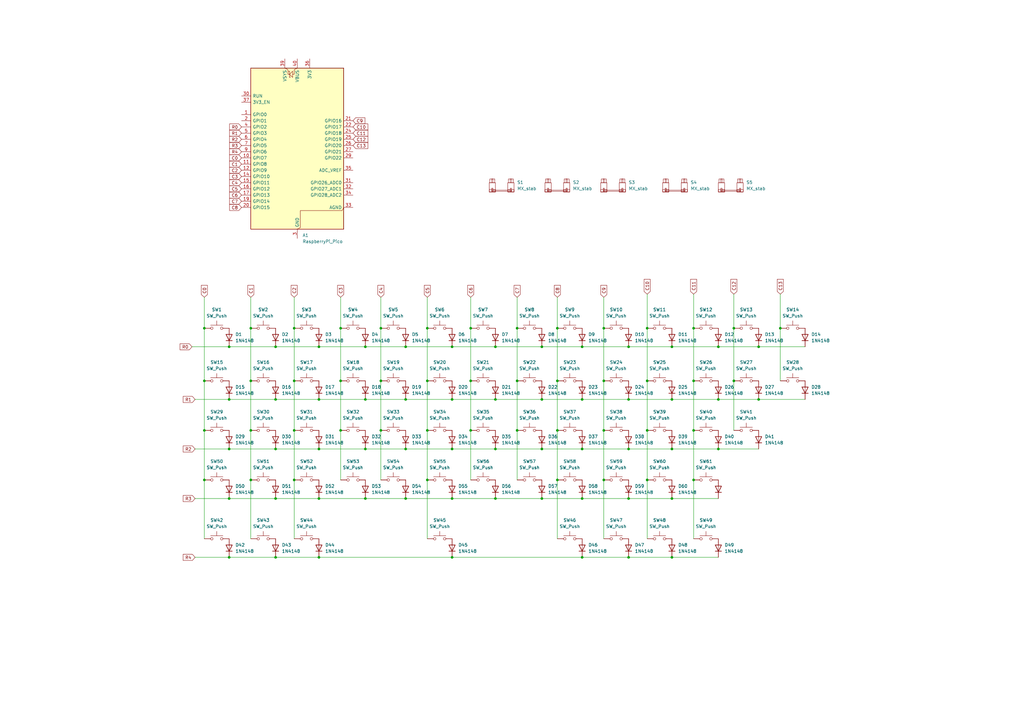
<source format=kicad_sch>
(kicad_sch (version 20250114) (generator "eeschema") (generator_version "9.0")
  (paper "A3")
  (lib_symbols
    (symbol "Diode:1N4148" (pin_numbers (hide yes)) (pin_names (hide yes))
      (property "Reference" "D" (at 0 2.54 0))
      (property "Value" "1N4148" (at 0 -2.54 0))
      (symbol "1N4148_1_1"
        (pin passive line (at -3.81 0 0) (length 2.54) (name "K") (number "1"))
        (pin passive line (at 3.81 0 180) (length 2.54) (name "A") (number "2"))
      )
    )
    (symbol "MCU_Module:RaspberryPi_Pico" (pin_names (offset 0.762))
      (property "Reference" "A" (at -19.05 35.56 0))
      (property "Value" "RaspberryPi_Pico" (at 7.62 35.56 0))
      (symbol "RaspberryPi_Pico_1_1"
        (pin passive line (at -22.86 22.86 0) (length 3.81) (name "RUN") (number "30"))
        (pin passive line (at -22.86 20.32 0) (length 3.81) (name "3V3_EN") (number "37"))
        (pin bidirectional line (at -22.86 15.24 0) (length 3.81) (name "GPIO0") (number "1"))
        (pin bidirectional line (at -22.86 12.7 0) (length 3.81) (name "GPIO1") (number "2"))
        (pin bidirectional line (at -22.86 10.16 0) (length 3.81) (name "GPIO2") (number "4"))
        (pin bidirectional line (at -22.86 7.62 0) (length 3.81) (name "GPIO3") (number "5"))
        (pin bidirectional line (at -22.86 5.08 0) (length 3.81) (name "GPIO4") (number "6"))
        (pin bidirectional line (at -22.86 2.54 0) (length 3.81) (name "GPIO5") (number "7"))
        (pin bidirectional line (at -22.86 0 0) (length 3.81) (name "GPIO6") (number "9"))
        (pin bidirectional line (at -22.86 -2.54 0) (length 3.81) (name "GPIO7") (number "10"))
        (pin bidirectional line (at -22.86 -5.08 0) (length 3.81) (name "GPIO8") (number "11"))
        (pin bidirectional line (at -22.86 -7.62 0) (length 3.81) (name "GPIO9") (number "12"))
        (pin bidirectional line (at -22.86 -10.16 0) (length 3.81) (name "GPIO10") (number "14"))
        (pin bidirectional line (at -22.86 -12.7 0) (length 3.81) (name "GPIO11") (number "15"))
        (pin bidirectional line (at -22.86 -15.24 0) (length 3.81) (name "GPIO12") (number "16"))
        (pin bidirectional line (at -22.86 -17.78 0) (length 3.81) (name "GPIO13") (number "17"))
        (pin bidirectional line (at -22.86 -20.32 0) (length 3.81) (name "GPIO14") (number "19"))
        (pin bidirectional line (at -22.86 -22.86 0) (length 3.81) (name "GPIO15") (number "20"))
        (pin power_in line (at -5.08 38.1 270) (length 3.81) (name "VSYS") (number "39"))
        (pin power_out line (at 0 38.1 270) (length 3.81) (name "VBUS") (number "40"))
        (pin passive line (at 0 -35.56 90) (length 3.81) (hide yes) (name "GND") (number "13"))
        (pin passive line (at 0 -35.56 90) (length 3.81) (hide yes) (name "GND") (number "18"))
        (pin passive line (at 0 -35.56 90) (length 3.81) (hide yes) (name "GND") (number "23"))
        (pin passive line (at 0 -35.56 90) (length 3.81) (hide yes) (name "GND") (number "28"))
        (pin power_out line (at 0 -35.56 90) (length 3.81) (name "GND") (number "3"))
        (pin passive line (at 0 -35.56 90) (length 3.81) (hide yes) (name "GND") (number "38"))
        (pin passive line (at 0 -35.56 90) (length 3.81) (hide yes) (name "GND") (number "8"))
        (pin power_out line (at 5.08 38.1 270) (length 3.81) (name "3V3") (number "36"))
        (pin bidirectional line (at 22.86 12.7 180) (length 3.81) (name "GPIO16") (number "21"))
        (pin bidirectional line (at 22.86 10.16 180) (length 3.81) (name "GPIO17") (number "22"))
        (pin bidirectional line (at 22.86 7.62 180) (length 3.81) (name "GPIO18") (number "24"))
        (pin bidirectional line (at 22.86 5.08 180) (length 3.81) (name "GPIO19") (number "25"))
        (pin bidirectional line (at 22.86 2.54 180) (length 3.81) (name "GPIO20") (number "26"))
        (pin bidirectional line (at 22.86 0 180) (length 3.81) (name "GPIO21") (number "27"))
        (pin bidirectional line (at 22.86 -2.54 180) (length 3.81) (name "GPIO22") (number "29"))
        (pin power_in line (at 22.86 -7.62 180) (length 3.81) (name "ADC_VREF") (number "35"))
        (pin bidirectional line (at 22.86 -12.7 180) (length 3.81) (name "GPIO26_ADC0") (number "31"))
        (pin bidirectional line (at 22.86 -15.24 180) (length 3.81) (name "GPIO27_ADC1") (number "32"))
        (pin bidirectional line (at 22.86 -17.78 180) (length 3.81) (name "GPIO28_ADC2") (number "34"))
        (pin power_out line (at 22.86 -22.86 180) (length 3.81) (name "AGND") (number "33"))
      )
    )
    (symbol "Stab:MX_stab" (pin_names (offset 1.016))
      (property "Reference" "S" (at -5.08 6.35 0))
      (property "Value" "MX_stab" (at -5.08 3.81 0))
    )
    (symbol "Switch:SW_Push" (pin_numbers (hide yes)) (pin_names (offset 1.016) (hide yes))
      (property "Reference" "SW" (at 1.27 2.54 0))
      (property "Value" "SW_Push" (at 0 -1.524 0))
      (symbol "SW_Push_0_1"
        (pin passive line (at -5.08 0 0) (length 2.54) (name "1") (number "1"))
        (pin passive line (at 5.08 0 180) (length 2.54) (name "2") (number "2"))
      )
    )
  )
  (junction (at 149.86 163.83))
  (junction (at 294.64 142.24))
  (junction (at 102.87 176.53))
  (junction (at 320.04 134.62))
  (junction (at 166.37 184.15))
  (junction (at 284.48 176.53))
  (junction (at 175.26 156.21))
  (junction (at 228.6 134.62))
  (junction (at 83.82 156.21))
  (junction (at 113.03 184.15))
  (junction (at 102.87 156.21))
  (junction (at 149.86 184.15))
  (junction (at 222.25 184.15))
  (junction (at 93.98 163.83))
  (junction (at 166.37 204.47))
  (junction (at 102.87 134.62))
  (junction (at 275.59 204.47))
  (junction (at 300.99 134.62))
  (junction (at 265.43 134.62))
  (junction (at 185.42 204.47))
  (junction (at 275.59 142.24))
  (junction (at 228.6 176.53))
  (junction (at 166.37 163.83))
  (junction (at 139.7 134.62))
  (junction (at 212.09 156.21))
  (junction (at 257.81 163.83))
  (junction (at 120.65 176.53))
  (junction (at 130.81 142.24))
  (junction (at 294.64 163.83))
  (junction (at 193.04 156.21))
  (junction (at 228.6 156.21))
  (junction (at 113.03 204.47))
  (junction (at 284.48 134.62))
  (junction (at 275.59 184.15))
  (junction (at 185.42 184.15))
  (junction (at 257.81 184.15))
  (junction (at 238.76 163.83))
  (junction (at 149.86 204.47))
  (junction (at 113.03 142.24))
  (junction (at 93.98 204.47))
  (junction (at 175.26 134.62))
  (junction (at 93.98 184.15))
  (junction (at 120.65 196.85))
  (junction (at 222.25 163.83))
  (junction (at 222.25 204.47))
  (junction (at 175.26 176.53))
  (junction (at 102.87 196.85))
  (junction (at 247.65 196.85))
  (junction (at 275.59 228.6))
  (junction (at 265.43 176.53))
  (junction (at 257.81 228.6))
  (junction (at 93.98 228.6))
  (junction (at 93.98 142.24))
  (junction (at 284.48 196.85))
  (junction (at 212.09 176.53))
  (junction (at 83.82 196.85))
  (junction (at 130.81 204.47))
  (junction (at 120.65 134.62))
  (junction (at 265.43 196.85))
  (junction (at 238.76 142.24))
  (junction (at 185.42 228.6))
  (junction (at 203.2 184.15))
  (junction (at 228.6 196.85))
  (junction (at 247.65 176.53))
  (junction (at 193.04 176.53))
  (junction (at 113.03 163.83))
  (junction (at 238.76 228.6))
  (junction (at 193.04 134.62))
  (junction (at 247.65 156.21))
  (junction (at 83.82 134.62))
  (junction (at 185.42 163.83))
  (junction (at 156.21 156.21))
  (junction (at 156.21 176.53))
  (junction (at 203.2 142.24))
  (junction (at 203.2 163.83))
  (junction (at 238.76 184.15))
  (junction (at 311.15 142.24))
  (junction (at 257.81 204.47))
  (junction (at 113.03 228.6))
  (junction (at 238.76 204.47))
  (junction (at 156.21 134.62))
  (junction (at 130.81 228.6))
  (junction (at 222.25 142.24))
  (junction (at 203.2 204.47))
  (junction (at 300.99 156.21))
  (junction (at 275.59 163.83))
  (junction (at 130.81 163.83))
  (junction (at 149.86 142.24))
  (junction (at 294.64 184.15))
  (junction (at 265.43 156.21))
  (junction (at 212.09 134.62))
  (junction (at 247.65 134.62))
  (junction (at 120.65 156.21))
  (junction (at 166.37 142.24))
  (junction (at 311.15 163.83))
  (junction (at 83.82 176.53))
  (junction (at 284.48 156.21))
  (junction (at 185.42 142.24))
  (junction (at 130.81 184.15))
  (junction (at 139.7 176.53))
  (junction (at 139.7 156.21))
  (junction (at 257.81 142.24))
  (junction (at 175.26 196.85))
  (wire (pts (xy 212.09 156.21) (xy 212.09 176.53)))
  (wire (pts (xy 238.76 184.15) (xy 257.81 184.15)))
  (wire (pts (xy 193.04 134.62) (xy 193.04 156.21)))
  (wire (pts (xy 156.21 156.21) (xy 156.21 176.53)))
  (wire (pts (xy 247.65 121.92) (xy 247.65 134.62)))
  (wire (pts (xy 130.81 184.15) (xy 149.86 184.15)))
  (wire (pts (xy 83.82 121.92) (xy 83.82 134.62)))
  (wire (pts (xy 257.81 204.47) (xy 275.59 204.47)))
  (wire (pts (xy 257.81 184.15) (xy 275.59 184.15)))
  (wire (pts (xy 83.82 134.62) (xy 83.82 156.21)))
  (wire (pts (xy 166.37 163.83) (xy 185.42 163.83)))
  (wire (pts (xy 212.09 121.92) (xy 212.09 134.62)))
  (wire (pts (xy 139.7 121.92) (xy 139.7 134.62)))
  (wire (pts (xy 275.59 228.6) (xy 294.64 228.6)))
  (wire (pts (xy 222.25 184.15) (xy 238.76 184.15)))
  (wire (pts (xy 265.43 134.62) (xy 265.43 156.21)))
  (wire (pts (xy 284.48 156.21) (xy 284.48 176.53)))
  (wire (pts (xy 185.42 204.47) (xy 203.2 204.47)))
  (wire (pts (xy 102.87 121.92) (xy 102.87 134.62)))
  (wire (pts (xy 212.09 134.62) (xy 212.09 156.21)))
  (wire (pts (xy 166.37 142.24) (xy 185.42 142.24)))
  (wire (pts (xy 193.04 121.92) (xy 193.04 134.62)))
  (wire (pts (xy 156.21 134.62) (xy 156.21 156.21)))
  (wire (pts (xy 80.01 184.15) (xy 93.98 184.15)))
  (wire (pts (xy 300.99 120.65) (xy 300.99 134.62)))
  (wire (pts (xy 139.7 134.62) (xy 139.7 156.21)))
  (wire (pts (xy 80.01 228.6) (xy 93.98 228.6)))
  (wire (pts (xy 238.76 163.83) (xy 257.81 163.83)))
  (wire (pts (xy 156.21 121.92) (xy 156.21 134.62)))
  (wire (pts (xy 247.65 134.62) (xy 247.65 156.21)))
  (wire (pts (xy 175.26 134.62) (xy 175.26 156.21)))
  (wire (pts (xy 284.48 134.62) (xy 284.48 156.21)))
  (wire (pts (xy 300.99 134.62) (xy 300.99 156.21)))
  (wire (pts (xy 175.26 121.92) (xy 175.26 134.62)))
  (wire (pts (xy 228.6 134.62) (xy 228.6 156.21)))
  (wire (pts (xy 275.59 184.15) (xy 294.64 184.15)))
  (wire (pts (xy 156.21 176.53) (xy 156.21 196.85)))
  (wire (pts (xy 102.87 176.53) (xy 102.87 196.85)))
  (wire (pts (xy 113.03 184.15) (xy 130.81 184.15)))
  (wire (pts (xy 222.25 163.83) (xy 238.76 163.83)))
  (wire (pts (xy 247.65 196.85) (xy 247.65 220.98)))
  (wire (pts (xy 228.6 156.21) (xy 228.6 176.53)))
  (wire (pts (xy 193.04 176.53) (xy 193.04 196.85)))
  (wire (pts (xy 320.04 120.65) (xy 320.04 134.62)))
  (wire (pts (xy 238.76 142.24) (xy 257.81 142.24)))
  (wire (pts (xy 228.6 196.85) (xy 228.6 220.98)))
  (wire (pts (xy 93.98 184.15) (xy 113.03 184.15)))
  (wire (pts (xy 203.2 142.24) (xy 222.25 142.24)))
  (wire (pts (xy 113.03 204.47) (xy 130.81 204.47)))
  (wire (pts (xy 185.42 163.83) (xy 203.2 163.83)))
  (wire (pts (xy 120.65 156.21) (xy 120.65 176.53)))
  (wire (pts (xy 166.37 184.15) (xy 185.42 184.15)))
  (wire (pts (xy 257.81 142.24) (xy 275.59 142.24)))
  (wire (pts (xy 113.03 228.6) (xy 130.81 228.6)))
  (wire (pts (xy 265.43 120.65) (xy 265.43 134.62)))
  (wire (pts (xy 193.04 156.21) (xy 193.04 176.53)))
  (wire (pts (xy 185.42 228.6) (xy 238.76 228.6)))
  (wire (pts (xy 102.87 196.85) (xy 102.87 220.98)))
  (wire (pts (xy 185.42 142.24) (xy 203.2 142.24)))
  (wire (pts (xy 120.65 134.62) (xy 120.65 156.21)))
  (wire (pts (xy 120.65 176.53) (xy 120.65 196.85)))
  (wire (pts (xy 294.64 142.24) (xy 311.15 142.24)))
  (wire (pts (xy 139.7 176.53) (xy 139.7 196.85)))
  (wire (pts (xy 247.65 156.21) (xy 247.65 176.53)))
  (wire (pts (xy 93.98 142.24) (xy 113.03 142.24)))
  (wire (pts (xy 203.2 163.83) (xy 222.25 163.83)))
  (wire (pts (xy 300.99 156.21) (xy 300.99 176.53)))
  (wire (pts (xy 275.59 142.24) (xy 294.64 142.24)))
  (wire (pts (xy 212.09 176.53) (xy 212.09 196.85)))
  (wire (pts (xy 265.43 156.21) (xy 265.43 176.53)))
  (wire (pts (xy 113.03 163.83) (xy 130.81 163.83)))
  (wire (pts (xy 275.59 163.83) (xy 294.64 163.83)))
  (wire (pts (xy 83.82 156.21) (xy 83.82 176.53)))
  (wire (pts (xy 102.87 156.21) (xy 102.87 176.53)))
  (wire (pts (xy 166.37 204.47) (xy 185.42 204.47)))
  (wire (pts (xy 294.64 184.15) (xy 311.15 184.15)))
  (wire (pts (xy 149.86 142.24) (xy 166.37 142.24)))
  (wire (pts (xy 139.7 156.21) (xy 139.7 176.53)))
  (wire (pts (xy 311.15 142.24) (xy 330.2 142.24)))
  (wire (pts (xy 93.98 163.83) (xy 113.03 163.83)))
  (wire (pts (xy 80.01 163.83) (xy 93.98 163.83)))
  (wire (pts (xy 257.81 163.83) (xy 275.59 163.83)))
  (wire (pts (xy 78.74 142.24) (xy 93.98 142.24)))
  (wire (pts (xy 284.48 176.53) (xy 284.48 196.85)))
  (wire (pts (xy 93.98 204.47) (xy 113.03 204.47)))
  (wire (pts (xy 175.26 196.85) (xy 175.26 220.98)))
  (wire (pts (xy 228.6 121.92) (xy 228.6 134.62)))
  (wire (pts (xy 80.01 204.47) (xy 93.98 204.47)))
  (wire (pts (xy 130.81 163.83) (xy 149.86 163.83)))
  (wire (pts (xy 203.2 184.15) (xy 222.25 184.15)))
  (wire (pts (xy 149.86 163.83) (xy 166.37 163.83)))
  (wire (pts (xy 113.03 142.24) (xy 130.81 142.24)))
  (wire (pts (xy 130.81 228.6) (xy 185.42 228.6)))
  (wire (pts (xy 175.26 176.53) (xy 175.26 196.85)))
  (wire (pts (xy 228.6 176.53) (xy 228.6 196.85)))
  (wire (pts (xy 130.81 204.47) (xy 149.86 204.47)))
  (wire (pts (xy 294.64 163.83) (xy 311.15 163.83)))
  (wire (pts (xy 275.59 204.47) (xy 294.64 204.47)))
  (wire (pts (xy 320.04 134.62) (xy 320.04 156.21)))
  (wire (pts (xy 175.26 156.21) (xy 175.26 176.53)))
  (wire (pts (xy 265.43 176.53) (xy 265.43 196.85)))
  (wire (pts (xy 265.43 196.85) (xy 265.43 220.98)))
  (wire (pts (xy 185.42 184.15) (xy 203.2 184.15)))
  (wire (pts (xy 203.2 204.47) (xy 222.25 204.47)))
  (wire (pts (xy 222.25 142.24) (xy 238.76 142.24)))
  (wire (pts (xy 149.86 184.15) (xy 166.37 184.15)))
  (wire (pts (xy 120.65 196.85) (xy 120.65 220.98)))
  (wire (pts (xy 149.86 204.47) (xy 166.37 204.47)))
  (wire (pts (xy 83.82 196.85) (xy 83.82 220.98)))
  (wire (pts (xy 93.98 228.6) (xy 113.03 228.6)))
  (wire (pts (xy 257.81 228.6) (xy 275.59 228.6)))
  (wire (pts (xy 284.48 196.85) (xy 284.48 220.98)))
  (wire (pts (xy 247.65 176.53) (xy 247.65 196.85)))
  (wire (pts (xy 238.76 228.6) (xy 257.81 228.6)))
  (wire (pts (xy 83.82 176.53) (xy 83.82 196.85)))
  (wire (pts (xy 311.15 163.83) (xy 330.2 163.83)))
  (wire (pts (xy 238.76 204.47) (xy 257.81 204.47)))
  (wire (pts (xy 120.65 121.92) (xy 120.65 134.62)))
  (wire (pts (xy 102.87 134.62) (xy 102.87 156.21)))
  (wire (pts (xy 222.25 204.47) (xy 238.76 204.47)))
  (wire (pts (xy 284.48 120.65) (xy 284.48 134.62)))
  (wire (pts (xy 130.81 142.24) (xy 149.86 142.24)))
  (global_label "C6" (shape input) (at 99.06 80.01 180) (property "Intersheetrefs" "${INTERSHEET_REFS}" (effects (hide yes))))
  (global_label "C5" (shape input) (at 175.26 121.92 90) (property "Intersheetrefs" "${INTERSHEET_REFS}" (effects (hide yes))))
  (global_label "C8" (shape input) (at 99.06 85.09 180) (property "Intersheetrefs" "${INTERSHEET_REFS}" (effects (hide yes))))
  (global_label "C7" (shape input) (at 99.06 82.55 180) (property "Intersheetrefs" "${INTERSHEET_REFS}" (effects (hide yes))))
  (global_label "C10" (shape input) (at 144.78 52.07 0) (property "Intersheetrefs" "${INTERSHEET_REFS}" (effects (hide yes))))
  (global_label "C3" (shape input) (at 139.7 121.92 90) (property "Intersheetrefs" "${INTERSHEET_REFS}" (effects (hide yes))))
  (global_label "C2" (shape input) (at 120.65 121.92 90) (property "Intersheetrefs" "${INTERSHEET_REFS}" (effects (hide yes))))
  (global_label "R1" (shape input) (at 80.01 163.83 180) (property "Intersheetrefs" "${INTERSHEET_REFS}" (effects (hide yes))))
  (global_label "C3" (shape input) (at 99.06 72.39 180) (property "Intersheetrefs" "${INTERSHEET_REFS}" (effects (hide yes))))
  (global_label "C7" (shape input) (at 212.09 121.92 90) (property "Intersheetrefs" "${INTERSHEET_REFS}" (effects (hide yes))))
  (global_label "C1" (shape input) (at 99.06 67.31 180) (property "Intersheetrefs" "${INTERSHEET_REFS}" (effects (hide yes))))
  (global_label "C10" (shape input) (at 265.43 120.65 90) (property "Intersheetrefs" "${INTERSHEET_REFS}" (effects (hide yes))))
  (global_label "C13" (shape input) (at 144.78 59.69 0) (property "Intersheetrefs" "${INTERSHEET_REFS}" (effects (hide yes))))
  (global_label "C11" (shape input) (at 284.48 120.65 90) (property "Intersheetrefs" "${INTERSHEET_REFS}" (effects (hide yes))))
  (global_label "R1" (shape input) (at 99.06 54.61 180) (property "Intersheetrefs" "${INTERSHEET_REFS}" (effects (hide yes))))
  (global_label "C12" (shape input) (at 144.78 57.15 0) (property "Intersheetrefs" "${INTERSHEET_REFS}" (effects (hide yes))))
  (global_label "R2" (shape input) (at 99.06 57.15 180) (property "Intersheetrefs" "${INTERSHEET_REFS}" (effects (hide yes))))
  (global_label "C4" (shape input) (at 99.06 74.93 180) (property "Intersheetrefs" "${INTERSHEET_REFS}" (effects (hide yes))))
  (global_label "R0" (shape input) (at 78.74 142.24 180) (property "Intersheetrefs" "${INTERSHEET_REFS}" (effects (hide yes))))
  (global_label "C1" (shape input) (at 102.87 121.92 90) (property "Intersheetrefs" "${INTERSHEET_REFS}" (effects (hide yes))))
  (global_label "C4" (shape input) (at 156.21 121.92 90) (property "Intersheetrefs" "${INTERSHEET_REFS}" (effects (hide yes))))
  (global_label "C11" (shape input) (at 144.78 54.61 0) (property "Intersheetrefs" "${INTERSHEET_REFS}" (effects (hide yes))))
  (global_label "C9" (shape input) (at 144.78 49.53 0) (property "Intersheetrefs" "${INTERSHEET_REFS}" (effects (hide yes))))
  (global_label "C6" (shape input) (at 193.04 121.92 90) (property "Intersheetrefs" "${INTERSHEET_REFS}" (effects (hide yes))))
  (global_label "R4" (shape input) (at 80.01 228.6 180) (property "Intersheetrefs" "${INTERSHEET_REFS}" (effects (hide yes))))
  (global_label "R3" (shape input) (at 80.01 204.47 180) (property "Intersheetrefs" "${INTERSHEET_REFS}" (effects (hide yes))))
  (global_label "C5" (shape input) (at 99.06 77.47 180) (property "Intersheetrefs" "${INTERSHEET_REFS}" (effects (hide yes))))
  (global_label "C2" (shape input) (at 99.06 69.85 180) (property "Intersheetrefs" "${INTERSHEET_REFS}" (effects (hide yes))))
  (global_label "C12" (shape input) (at 300.99 120.65 90) (property "Intersheetrefs" "${INTERSHEET_REFS}" (effects (hide yes))))
  (global_label "C0" (shape input) (at 83.82 121.92 90) (property "Intersheetrefs" "${INTERSHEET_REFS}" (effects (hide yes))))
  (global_label "R2" (shape input) (at 80.01 184.15 180) (property "Intersheetrefs" "${INTERSHEET_REFS}" (effects (hide yes))))
  (global_label "C0" (shape input) (at 99.06 64.77 180) (property "Intersheetrefs" "${INTERSHEET_REFS}" (effects (hide yes))))
  (global_label "C9" (shape input) (at 247.65 121.92 90) (property "Intersheetrefs" "${INTERSHEET_REFS}" (effects (hide yes))))
  (global_label "C13" (shape input) (at 320.04 120.65 90) (property "Intersheetrefs" "${INTERSHEET_REFS}" (effects (hide yes))))
  (global_label "R4" (shape input) (at 99.06 62.23 180) (property "Intersheetrefs" "${INTERSHEET_REFS}" (effects (hide yes))))
  (global_label "R0" (shape input) (at 99.06 52.07 180) (property "Intersheetrefs" "${INTERSHEET_REFS}" (effects (hide yes))))
  (global_label "C8" (shape input) (at 228.6 121.92 90) (property "Intersheetrefs" "${INTERSHEET_REFS}" (effects (hide yes))))
  (global_label "R3" (shape input) (at 99.06 59.69 180) (property "Intersheetrefs" "${INTERSHEET_REFS}" (effects (hide yes))))
  (symbol (lib_id "Diode:1N4148") (at 238.76 200.66 90) (unit 1)
    (property "Reference" "D58" (at 241.3 199.3899 90) (effects (justify right)))
    (property "Value" "1N4148" (at 241.3 201.9299 90) (effects (justify right)))
    (property "Footprint" "Diode_THT:D_DO-35_SOD27_P7.62mm_Horizontal" (effects (hide yes)))
    (property "Datasheet" "https://assets.nexperia.com/documents/data-sheet/1N4148_1N4448.pdf" (effects (hide yes)))
    (property "Description" "100V 0.15A standard switching diode, DO-35" (effects (hide yes)))
    (property "Sim.Device" "D" (effects (hide yes)))
    (property "Sim.Pins" "1=K 2=A" (effects (hide yes)))
  )
  (symbol (lib_id "Diode:1N4148") (at 113.03 224.79 90) (unit 1)
    (property "Reference" "D43" (at 115.57 223.5199 90) (effects (justify right)))
    (property "Value" "1N4148" (at 115.57 226.0599 90) (effects (justify right)))
    (property "Footprint" "Diode_THT:D_DO-35_SOD27_P7.62mm_Horizontal" (effects (hide yes)))
    (property "Datasheet" "https://assets.nexperia.com/documents/data-sheet/1N4148_1N4448.pdf" (effects (hide yes)))
    (property "Description" "100V 0.15A standard switching diode, DO-35" (effects (hide yes)))
    (property "Sim.Device" "D" (effects (hide yes)))
    (property "Sim.Pins" "1=K 2=A" (effects (hide yes)))
  )
  (symbol (lib_id "Switch:SW_Push") (at 289.56 176.53 0) (unit 1)
    (property "Reference" "SW40" (at 289.56 168.91 0))
    (property "Value" "SW_Push" (at 289.56 171.45 0))
    (property "Footprint" "Button_Switch_Keyboard:SW_Cherry_MX_1.00u_PCB" (effects (hide yes)))
    (property "Description" "Push button switch, generic, two pins" (effects (hide yes)))
  )
  (symbol (lib_id "Diode:1N4148") (at 238.76 180.34 90) (unit 1)
    (property "Reference" "D37" (at 241.3 179.0699 90) (effects (justify right)))
    (property "Value" "1N4148" (at 241.3 181.6099 90) (effects (justify right)))
    (property "Footprint" "Diode_THT:D_DO-35_SOD27_P7.62mm_Horizontal" (effects (hide yes)))
    (property "Datasheet" "https://assets.nexperia.com/documents/data-sheet/1N4148_1N4448.pdf" (effects (hide yes)))
    (property "Description" "100V 0.15A standard switching diode, DO-35" (effects (hide yes)))
    (property "Sim.Device" "D" (effects (hide yes)))
    (property "Sim.Pins" "1=K 2=A" (effects (hide yes)))
  )
  (symbol (lib_id "Switch:SW_Push") (at 88.9 176.53 0) (unit 1)
    (property "Reference" "SW29" (at 88.9 168.91 0))
    (property "Value" "SW_Push" (at 88.9 171.45 0))
    (property "Footprint" "Button_Switch_Keyboard:SW_Cherry_MX_1.75u_PCB" (effects (hide yes)))
    (property "Description" "Push button switch, generic, two pins" (effects (hide yes)))
  )
  (symbol (lib_id "Switch:SW_Push") (at 217.17 134.62 0) (unit 1)
    (property "Reference" "SW8" (at 217.17 127 0))
    (property "Value" "SW_Push" (at 217.17 129.54 0))
    (property "Footprint" "Button_Switch_Keyboard:SW_Cherry_MX_1.00u_PCB" (effects (hide yes)))
    (property "Description" "Push button switch, generic, two pins" (effects (hide yes)))
  )
  (symbol (lib_id "Switch:SW_Push") (at 198.12 196.85 0) (unit 1)
    (property "Reference" "SW56" (at 198.12 189.23 0))
    (property "Value" "SW_Push" (at 198.12 191.77 0))
    (property "Footprint" "Button_Switch_Keyboard:SW_Cherry_MX_1.00u_PCB" (effects (hide yes)))
    (property "Description" "Push button switch, generic, two pins" (effects (hide yes)))
  )
  (symbol (lib_id "Diode:1N4148") (at 130.81 200.66 90) (unit 1)
    (property "Reference" "D52" (at 133.35 199.3899 90) (effects (justify right)))
    (property "Value" "1N4148" (at 133.35 201.9299 90) (effects (justify right)))
    (property "Footprint" "Diode_THT:D_DO-35_SOD27_P7.62mm_Horizontal" (effects (hide yes)))
    (property "Datasheet" "https://assets.nexperia.com/documents/data-sheet/1N4148_1N4448.pdf" (effects (hide yes)))
    (property "Description" "100V 0.15A standard switching diode, DO-35" (effects (hide yes)))
    (property "Sim.Device" "D" (effects (hide yes)))
    (property "Sim.Pins" "1=K 2=A" (effects (hide yes)))
  )
  (symbol (lib_id "Switch:SW_Push") (at 233.68 176.53 0) (unit 1)
    (property "Reference" "SW37" (at 233.68 168.91 0))
    (property "Value" "SW_Push" (at 233.68 171.45 0))
    (property "Footprint" "Button_Switch_Keyboard:SW_Cherry_MX_1.00u_PCB" (effects (hide yes)))
    (property "Description" "Push button switch, generic, two pins" (effects (hide yes)))
  )
  (symbol (lib_id "Diode:1N4148") (at 330.2 138.43 90) (unit 1)
    (property "Reference" "D14" (at 332.74 137.1599 90) (effects (justify right)))
    (property "Value" "1N4148" (at 332.74 139.6999 90) (effects (justify right)))
    (property "Footprint" "Diode_THT:D_DO-35_SOD27_P7.62mm_Horizontal" (effects (hide yes)))
    (property "Datasheet" "https://assets.nexperia.com/documents/data-sheet/1N4148_1N4448.pdf" (effects (hide yes)))
    (property "Description" "100V 0.15A standard switching diode, DO-35" (effects (hide yes)))
    (property "Sim.Device" "D" (effects (hide yes)))
    (property "Sim.Pins" "1=K 2=A" (effects (hide yes)))
  )
  (symbol (lib_id "Stab:MX_stab") (at 299.72 76.2 0) (unit 1)
    (property "Reference" "S5" (at 306.07 74.8029 0) (effects (justify left)))
    (property "Value" "MX_stab" (at 306.07 77.3429 0) (effects (justify left)))
    (property "Footprint" "Stab:STAB_MX_6.25u" (effects (hide yes)))
    (property "Description" "Cherry MX-style stabilizer" (effects (hide yes)))
  )
  (symbol (lib_id "Switch:SW_Push") (at 88.9 220.98 0) (unit 1)
    (property "Reference" "SW42" (at 88.9 213.36 0))
    (property "Value" "SW_Push" (at 88.9 215.9 0))
    (property "Footprint" "Button_Switch_Keyboard:SW_Cherry_MX_1.25u_PCB" (effects (hide yes)))
    (property "Description" "Push button switch, generic, two pins" (effects (hide yes)))
  )
  (symbol (lib_id "Switch:SW_Push") (at 270.51 220.98 0) (unit 1)
    (property "Reference" "SW48" (at 270.51 213.36 0))
    (property "Value" "SW_Push" (at 270.51 215.9 0))
    (property "Footprint" "Button_Switch_Keyboard:SW_Cherry_MX_1.25u_PCB" (effects (hide yes)))
    (property "Description" "Push button switch, generic, two pins" (effects (hide yes)))
  )
  (symbol (lib_id "Diode:1N4148") (at 166.37 160.02 90) (unit 1)
    (property "Reference" "D19" (at 168.91 158.7499 90) (effects (justify right)))
    (property "Value" "1N4148" (at 168.91 161.2899 90) (effects (justify right)))
    (property "Footprint" "Diode_THT:D_DO-35_SOD27_P7.62mm_Horizontal" (effects (hide yes)))
    (property "Datasheet" "https://assets.nexperia.com/documents/data-sheet/1N4148_1N4448.pdf" (effects (hide yes)))
    (property "Description" "100V 0.15A standard switching diode, DO-35" (effects (hide yes)))
    (property "Sim.Device" "D" (effects (hide yes)))
    (property "Sim.Pins" "1=K 2=A" (effects (hide yes)))
  )
  (symbol (lib_id "Diode:1N4148") (at 149.86 138.43 90) (unit 1)
    (property "Reference" "D4" (at 152.4 137.1599 90) (effects (justify right)))
    (property "Value" "1N4148" (at 152.4 139.6999 90) (effects (justify right)))
    (property "Footprint" "Diode_THT:D_DO-35_SOD27_P7.62mm_Horizontal" (effects (hide yes)))
    (property "Datasheet" "https://assets.nexperia.com/documents/data-sheet/1N4148_1N4448.pdf" (effects (hide yes)))
    (property "Description" "100V 0.15A standard switching diode, DO-35" (effects (hide yes)))
    (property "Sim.Device" "D" (effects (hide yes)))
    (property "Sim.Pins" "1=K 2=A" (effects (hide yes)))
  )
  (symbol (lib_id "Diode:1N4148") (at 130.81 224.79 90) (unit 1)
    (property "Reference" "D44" (at 133.35 223.5199 90) (effects (justify right)))
    (property "Value" "1N4148" (at 133.35 226.0599 90) (effects (justify right)))
    (property "Footprint" "Diode_THT:D_DO-35_SOD27_P7.62mm_Horizontal" (effects (hide yes)))
    (property "Datasheet" "https://assets.nexperia.com/documents/data-sheet/1N4148_1N4448.pdf" (effects (hide yes)))
    (property "Description" "100V 0.15A standard switching diode, DO-35" (effects (hide yes)))
    (property "Sim.Device" "D" (effects (hide yes)))
    (property "Sim.Pins" "1=K 2=A" (effects (hide yes)))
  )
  (symbol (lib_id "Diode:1N4148") (at 113.03 200.66 90) (unit 1)
    (property "Reference" "D51" (at 115.57 199.3899 90) (effects (justify right)))
    (property "Value" "1N4148" (at 115.57 201.9299 90) (effects (justify right)))
    (property "Footprint" "Diode_THT:D_DO-35_SOD27_P7.62mm_Horizontal" (effects (hide yes)))
    (property "Datasheet" "https://assets.nexperia.com/documents/data-sheet/1N4148_1N4448.pdf" (effects (hide yes)))
    (property "Description" "100V 0.15A standard switching diode, DO-35" (effects (hide yes)))
    (property "Sim.Device" "D" (effects (hide yes)))
    (property "Sim.Pins" "1=K 2=A" (effects (hide yes)))
  )
  (symbol (lib_id "Diode:1N4148") (at 166.37 138.43 90) (unit 1)
    (property "Reference" "D5" (at 168.91 137.1599 90) (effects (justify right)))
    (property "Value" "1N4148" (at 168.91 139.6999 90) (effects (justify right)))
    (property "Footprint" "Diode_THT:D_DO-35_SOD27_P7.62mm_Horizontal" (effects (hide yes)))
    (property "Datasheet" "https://assets.nexperia.com/documents/data-sheet/1N4148_1N4448.pdf" (effects (hide yes)))
    (property "Description" "100V 0.15A standard switching diode, DO-35" (effects (hide yes)))
    (property "Sim.Device" "D" (effects (hide yes)))
    (property "Sim.Pins" "1=K 2=A" (effects (hide yes)))
  )
  (symbol (lib_id "Switch:SW_Push") (at 107.95 220.98 0) (unit 1)
    (property "Reference" "SW43" (at 107.95 213.36 0))
    (property "Value" "SW_Push" (at 107.95 215.9 0))
    (property "Footprint" "Button_Switch_Keyboard:SW_Cherry_MX_1.25u_PCB" (effects (hide yes)))
    (property "Description" "Push button switch, generic, two pins" (effects (hide yes)))
  )
  (symbol (lib_id "Switch:SW_Push") (at 88.9 134.62 0) (unit 1)
    (property "Reference" "SW1" (at 88.9 127 0))
    (property "Value" "SW_Push" (at 88.9 129.54 0))
    (property "Footprint" "Button_Switch_Keyboard:SW_Cherry_MX_1.00u_PCB" (effects (hide yes)))
    (property "Description" "Push button switch, generic, two pins" (effects (hide yes)))
  )
  (symbol (lib_id "Switch:SW_Push") (at 144.78 156.21 0) (unit 1)
    (property "Reference" "SW18" (at 144.78 148.59 0))
    (property "Value" "SW_Push" (at 144.78 151.13 0))
    (property "Footprint" "Button_Switch_Keyboard:SW_Cherry_MX_1.00u_PCB" (effects (hide yes)))
    (property "Description" "Push button switch, generic, two pins" (effects (hide yes)))
  )
  (symbol (lib_id "Diode:1N4148") (at 185.42 180.34 90) (unit 1)
    (property "Reference" "D34" (at 187.96 179.0699 90) (effects (justify right)))
    (property "Value" "1N4148" (at 187.96 181.6099 90) (effects (justify right)))
    (property "Footprint" "Diode_THT:D_DO-35_SOD27_P7.62mm_Horizontal" (effects (hide yes)))
    (property "Datasheet" "https://assets.nexperia.com/documents/data-sheet/1N4148_1N4448.pdf" (effects (hide yes)))
    (property "Description" "100V 0.15A standard switching diode, DO-35" (effects (hide yes)))
    (property "Sim.Device" "D" (effects (hide yes)))
    (property "Sim.Pins" "1=K 2=A" (effects (hide yes)))
  )
  (symbol (lib_id "Diode:1N4148") (at 294.64 160.02 90) (unit 1)
    (property "Reference" "D26" (at 297.18 158.7499 90) (effects (justify right)))
    (property "Value" "1N4148" (at 297.18 161.2899 90) (effects (justify right)))
    (property "Footprint" "Diode_THT:D_DO-35_SOD27_P7.62mm_Horizontal" (effects (hide yes)))
    (property "Datasheet" "https://assets.nexperia.com/documents/data-sheet/1N4148_1N4448.pdf" (effects (hide yes)))
    (property "Description" "100V 0.15A standard switching diode, DO-35" (effects (hide yes)))
    (property "Sim.Device" "D" (effects (hide yes)))
    (property "Sim.Pins" "1=K 2=A" (effects (hide yes)))
  )
  (symbol (lib_id "Switch:SW_Push") (at 289.56 134.62 0) (unit 1)
    (property "Reference" "SW12" (at 289.56 127 0))
    (property "Value" "SW_Push" (at 289.56 129.54 0))
    (property "Footprint" "Button_Switch_Keyboard:SW_Cherry_MX_1.00u_PCB" (effects (hide yes)))
    (property "Description" "Push button switch, generic, two pins" (effects (hide yes)))
  )
  (symbol (lib_id "Diode:1N4148") (at 93.98 200.66 90) (unit 1)
    (property "Reference" "D50" (at 96.52 199.3899 90) (effects (justify right)))
    (property "Value" "1N4148" (at 96.52 201.9299 90) (effects (justify right)))
    (property "Footprint" "Diode_THT:D_DO-35_SOD27_P7.62mm_Horizontal" (effects (hide yes)))
    (property "Datasheet" "https://assets.nexperia.com/documents/data-sheet/1N4148_1N4448.pdf" (effects (hide yes)))
    (property "Description" "100V 0.15A standard switching diode, DO-35" (effects (hide yes)))
    (property "Sim.Device" "D" (effects (hide yes)))
    (property "Sim.Pins" "1=K 2=A" (effects (hide yes)))
  )
  (symbol (lib_id "MCU_Module:RaspberryPi_Pico") (at 121.92 62.23 0) (unit 1)
    (property "Reference" "A1" (at 124.0633 96.52 0) (effects (justify left)))
    (property "Value" "RaspberryPi_Pico" (at 124.0633 99.06 0) (effects (justify left)))
    (property "Footprint" "Module:RaspberryPi_Pico_Common_Unspecified" (effects (hide yes)))
    (property "Datasheet" "https://datasheets.raspberrypi.com/pico/pico-datasheet.pdf" (effects (hide yes)))
    (property "Description" "Versatile and inexpensive microcontroller module powered by RP2040 dual-core Arm Cortex-M0+ processor up to 133 MHz, 264kB SRAM, 2MB QSPI flash; also supports Raspberry Pi Pico 2" (effects (hide yes)))
  )
  (symbol (lib_id "Switch:SW_Push") (at 289.56 220.98 0) (unit 1)
    (property "Reference" "SW49" (at 289.56 213.36 0))
    (property "Value" "SW_Push" (at 289.56 215.9 0))
    (property "Footprint" "Button_Switch_Keyboard:SW_Cherry_MX_1.25u_PCB" (effects (hide yes)))
    (property "Description" "Push button switch, generic, two pins" (effects (hide yes)))
  )
  (symbol (lib_id "Diode:1N4148") (at 257.81 224.79 90) (unit 1)
    (property "Reference" "D47" (at 260.35 223.5199 90) (effects (justify right)))
    (property "Value" "1N4148" (at 260.35 226.0599 90) (effects (justify right)))
    (property "Footprint" "Diode_THT:D_DO-35_SOD27_P7.62mm_Horizontal" (effects (hide yes)))
    (property "Datasheet" "https://assets.nexperia.com/documents/data-sheet/1N4148_1N4448.pdf" (effects (hide yes)))
    (property "Description" "100V 0.15A standard switching diode, DO-35" (effects (hide yes)))
    (property "Sim.Device" "D" (effects (hide yes)))
    (property "Sim.Pins" "1=K 2=A" (effects (hide yes)))
  )
  (symbol (lib_id "Diode:1N4148") (at 238.76 160.02 90) (unit 1)
    (property "Reference" "D23" (at 241.3 158.7499 90) (effects (justify right)))
    (property "Value" "1N4148" (at 241.3 161.2899 90) (effects (justify right)))
    (property "Footprint" "Diode_THT:D_DO-35_SOD27_P7.62mm_Horizontal" (effects (hide yes)))
    (property "Datasheet" "https://assets.nexperia.com/documents/data-sheet/1N4148_1N4448.pdf" (effects (hide yes)))
    (property "Description" "100V 0.15A standard switching diode, DO-35" (effects (hide yes)))
    (property "Sim.Device" "D" (effects (hide yes)))
    (property "Sim.Pins" "1=K 2=A" (effects (hide yes)))
  )
  (symbol (lib_id "Switch:SW_Push") (at 161.29 176.53 0) (unit 1)
    (property "Reference" "SW33" (at 161.29 168.91 0))
    (property "Value" "SW_Push" (at 161.29 171.45 0))
    (property "Footprint" "Button_Switch_Keyboard:SW_Cherry_MX_1.00u_PCB" (effects (hide yes)))
    (property "Description" "Push button switch, generic, two pins" (effects (hide yes)))
  )
  (symbol (lib_id "Switch:SW_Push") (at 198.12 176.53 0) (unit 1)
    (property "Reference" "SW35" (at 198.12 168.91 0))
    (property "Value" "SW_Push" (at 198.12 171.45 0))
    (property "Footprint" "Button_Switch_Keyboard:SW_Cherry_MX_1.00u_PCB" (effects (hide yes)))
    (property "Description" "Push button switch, generic, two pins" (effects (hide yes)))
  )
  (symbol (lib_id "Switch:SW_Push") (at 233.68 156.21 0) (unit 1)
    (property "Reference" "SW23" (at 233.68 148.59 0))
    (property "Value" "SW_Push" (at 233.68 151.13 0))
    (property "Footprint" "Button_Switch_Keyboard:SW_Cherry_MX_1.00u_PCB" (effects (hide yes)))
    (property "Description" "Push button switch, generic, two pins" (effects (hide yes)))
  )
  (symbol (lib_id "Switch:SW_Push") (at 144.78 176.53 0) (unit 1)
    (property "Reference" "SW32" (at 144.78 168.91 0))
    (property "Value" "SW_Push" (at 144.78 171.45 0))
    (property "Footprint" "Button_Switch_Keyboard:SW_Cherry_MX_1.00u_PCB" (effects (hide yes)))
    (property "Description" "Push button switch, generic, two pins" (effects (hide yes)))
  )
  (symbol (lib_id "Diode:1N4148") (at 257.81 160.02 90) (unit 1)
    (property "Reference" "D24" (at 260.35 158.7499 90) (effects (justify right)))
    (property "Value" "1N4148" (at 260.35 161.2899 90) (effects (justify right)))
    (property "Footprint" "Diode_THT:D_DO-35_SOD27_P7.62mm_Horizontal" (effects (hide yes)))
    (property "Datasheet" "https://assets.nexperia.com/documents/data-sheet/1N4148_1N4448.pdf" (effects (hide yes)))
    (property "Description" "100V 0.15A standard switching diode, DO-35" (effects (hide yes)))
    (property "Sim.Device" "D" (effects (hide yes)))
    (property "Sim.Pins" "1=K 2=A" (effects (hide yes)))
  )
  (symbol (lib_id "Stab:MX_stab") (at 228.6 76.2 0) (unit 1)
    (property "Reference" "S2" (at 234.95 74.8029 0) (effects (justify left)))
    (property "Value" "MX_stab" (at 234.95 77.3429 0) (effects (justify left)))
    (property "Footprint" "Stab:STAB_MX_2.25u" (effects (hide yes)))
    (property "Description" "Cherry MX-style stabilizer" (effects (hide yes)))
  )
  (symbol (lib_id "Diode:1N4148") (at 294.64 138.43 90) (unit 1)
    (property "Reference" "D12" (at 297.18 137.1599 90) (effects (justify right)))
    (property "Value" "1N4148" (at 297.18 139.6999 90) (effects (justify right)))
    (property "Footprint" "Diode_THT:D_DO-35_SOD27_P7.62mm_Horizontal" (effects (hide yes)))
    (property "Datasheet" "https://assets.nexperia.com/documents/data-sheet/1N4148_1N4448.pdf" (effects (hide yes)))
    (property "Description" "100V 0.15A standard switching diode, DO-35" (effects (hide yes)))
    (property "Sim.Device" "D" (effects (hide yes)))
    (property "Sim.Pins" "1=K 2=A" (effects (hide yes)))
  )
  (symbol (lib_id "Switch:SW_Push") (at 270.51 176.53 0) (unit 1)
    (property "Reference" "SW39" (at 270.51 168.91 0))
    (property "Value" "SW_Push" (at 270.51 171.45 0))
    (property "Footprint" "Button_Switch_Keyboard:SW_Cherry_MX_1.00u_PCB" (effects (hide yes)))
    (property "Description" "Push button switch, generic, two pins" (effects (hide yes)))
  )
  (symbol (lib_id "Diode:1N4148") (at 275.59 200.66 90) (unit 1)
    (property "Reference" "D60" (at 278.13 199.3899 90) (effects (justify right)))
    (property "Value" "1N4148" (at 278.13 201.9299 90) (effects (justify right)))
    (property "Footprint" "Diode_THT:D_DO-35_SOD27_P7.62mm_Horizontal" (effects (hide yes)))
    (property "Datasheet" "https://assets.nexperia.com/documents/data-sheet/1N4148_1N4448.pdf" (effects (hide yes)))
    (property "Description" "100V 0.15A standard switching diode, DO-35" (effects (hide yes)))
    (property "Sim.Device" "D" (effects (hide yes)))
    (property "Sim.Pins" "1=K 2=A" (effects (hide yes)))
  )
  (symbol (lib_id "Diode:1N4148") (at 311.15 160.02 90) (unit 1)
    (property "Reference" "D27" (at 313.69 158.7499 90) (effects (justify right)))
    (property "Value" "1N4148" (at 313.69 161.2899 90) (effects (justify right)))
    (property "Footprint" "Diode_THT:D_DO-35_SOD27_P7.62mm_Horizontal" (effects (hide yes)))
    (property "Datasheet" "https://assets.nexperia.com/documents/data-sheet/1N4148_1N4448.pdf" (effects (hide yes)))
    (property "Description" "100V 0.15A standard switching diode, DO-35" (effects (hide yes)))
    (property "Sim.Device" "D" (effects (hide yes)))
    (property "Sim.Pins" "1=K 2=A" (effects (hide yes)))
  )
  (symbol (lib_id "Diode:1N4148") (at 166.37 180.34 90) (unit 1)
    (property "Reference" "D33" (at 168.91 179.0699 90) (effects (justify right)))
    (property "Value" "1N4148" (at 168.91 181.6099 90) (effects (justify right)))
    (property "Footprint" "Diode_THT:D_DO-35_SOD27_P7.62mm_Horizontal" (effects (hide yes)))
    (property "Datasheet" "https://assets.nexperia.com/documents/data-sheet/1N4148_1N4448.pdf" (effects (hide yes)))
    (property "Description" "100V 0.15A standard switching diode, DO-35" (effects (hide yes)))
    (property "Sim.Device" "D" (effects (hide yes)))
    (property "Sim.Pins" "1=K 2=A" (effects (hide yes)))
  )
  (symbol (lib_id "Switch:SW_Push") (at 144.78 196.85 0) (unit 1)
    (property "Reference" "SW53" (at 144.78 189.23 0))
    (property "Value" "SW_Push" (at 144.78 191.77 0))
    (property "Footprint" "Button_Switch_Keyboard:SW_Cherry_MX_1.00u_PCB" (effects (hide yes)))
    (property "Description" "Push button switch, generic, two pins" (effects (hide yes)))
  )
  (symbol (lib_id "Switch:SW_Push") (at 306.07 156.21 0) (unit 1)
    (property "Reference" "SW27" (at 306.07 148.59 0))
    (property "Value" "SW_Push" (at 306.07 151.13 0))
    (property "Footprint" "Button_Switch_Keyboard:SW_Cherry_MX_1.00u_PCB" (effects (hide yes)))
    (property "Description" "Push button switch, generic, two pins" (effects (hide yes)))
  )
  (symbol (lib_id "Switch:SW_Push") (at 325.12 134.62 0) (unit 1)
    (property "Reference" "SW14" (at 325.12 127 0))
    (property "Value" "SW_Push" (at 325.12 129.54 0))
    (property "Footprint" "Button_Switch_Keyboard:SW_Cherry_MX_2.00u_PCB" (effects (hide yes)))
    (property "Description" "Push button switch, generic, two pins" (effects (hide yes)))
  )
  (symbol (lib_id "Diode:1N4148") (at 185.42 138.43 90) (unit 1)
    (property "Reference" "D6" (at 187.96 137.1599 90) (effects (justify right)))
    (property "Value" "1N4148" (at 187.96 139.6999 90) (effects (justify right)))
    (property "Footprint" "Diode_THT:D_DO-35_SOD27_P7.62mm_Horizontal" (effects (hide yes)))
    (property "Datasheet" "https://assets.nexperia.com/documents/data-sheet/1N4148_1N4448.pdf" (effects (hide yes)))
    (property "Description" "100V 0.15A standard switching diode, DO-35" (effects (hide yes)))
    (property "Sim.Device" "D" (effects (hide yes)))
    (property "Sim.Pins" "1=K 2=A" (effects (hide yes)))
  )
  (symbol (lib_id "Diode:1N4148") (at 93.98 180.34 90) (unit 1)
    (property "Reference" "D29" (at 96.52 179.0699 90) (effects (justify right)))
    (property "Value" "1N4148" (at 96.52 181.6099 90) (effects (justify right)))
    (property "Footprint" "Diode_THT:D_DO-35_SOD27_P7.62mm_Horizontal" (effects (hide yes)))
    (property "Datasheet" "https://assets.nexperia.com/documents/data-sheet/1N4148_1N4448.pdf" (effects (hide yes)))
    (property "Description" "100V 0.15A standard switching diode, DO-35" (effects (hide yes)))
    (property "Sim.Device" "D" (effects (hide yes)))
    (property "Sim.Pins" "1=K 2=A" (effects (hide yes)))
  )
  (symbol (lib_id "Switch:SW_Push") (at 161.29 156.21 0) (unit 1)
    (property "Reference" "SW19" (at 161.29 148.59 0))
    (property "Value" "SW_Push" (at 161.29 151.13 0))
    (property "Footprint" "Button_Switch_Keyboard:SW_Cherry_MX_1.00u_PCB" (effects (hide yes)))
    (property "Description" "Push button switch, generic, two pins" (effects (hide yes)))
  )
  (symbol (lib_id "Switch:SW_Push") (at 107.95 196.85 0) (unit 1)
    (property "Reference" "SW51" (at 107.95 189.23 0))
    (property "Value" "SW_Push" (at 107.95 191.77 0))
    (property "Footprint" "Button_Switch_Keyboard:SW_Cherry_MX_1.00u_PCB" (effects (hide yes)))
    (property "Description" "Push button switch, generic, two pins" (effects (hide yes)))
  )
  (symbol (lib_id "Diode:1N4148") (at 185.42 160.02 90) (unit 1)
    (property "Reference" "D20" (at 187.96 158.7499 90) (effects (justify right)))
    (property "Value" "1N4148" (at 187.96 161.2899 90) (effects (justify right)))
    (property "Footprint" "Diode_THT:D_DO-35_SOD27_P7.62mm_Horizontal" (effects (hide yes)))
    (property "Datasheet" "https://assets.nexperia.com/documents/data-sheet/1N4148_1N4448.pdf" (effects (hide yes)))
    (property "Description" "100V 0.15A standard switching diode, DO-35" (effects (hide yes)))
    (property "Sim.Device" "D" (effects (hide yes)))
    (property "Sim.Pins" "1=K 2=A" (effects (hide yes)))
  )
  (symbol (lib_id "Diode:1N4148") (at 275.59 138.43 90) (unit 1)
    (property "Reference" "D11" (at 278.13 137.1599 90) (effects (justify right)))
    (property "Value" "1N4148" (at 278.13 139.6999 90) (effects (justify right)))
    (property "Footprint" "Diode_THT:D_DO-35_SOD27_P7.62mm_Horizontal" (effects (hide yes)))
    (property "Datasheet" "https://assets.nexperia.com/documents/data-sheet/1N4148_1N4448.pdf" (effects (hide yes)))
    (property "Description" "100V 0.15A standard switching diode, DO-35" (effects (hide yes)))
    (property "Sim.Device" "D" (effects (hide yes)))
    (property "Sim.Pins" "1=K 2=A" (effects (hide yes)))
  )
  (symbol (lib_id "Switch:SW_Push") (at 325.12 156.21 0) (unit 1)
    (property "Reference" "SW28" (at 325.12 148.59 0))
    (property "Value" "SW_Push" (at 325.12 151.13 0))
    (property "Footprint" "Button_Switch_Keyboard:SW_Cherry_MX_1.50u_Plate" (effects (hide yes)))
    (property "Description" "Push button switch, generic, two pins" (effects (hide yes)))
  )
  (symbol (lib_id "Switch:SW_Push") (at 125.73 156.21 0) (unit 1)
    (property "Reference" "SW17" (at 125.73 148.59 0))
    (property "Value" "SW_Push" (at 125.73 151.13 0))
    (property "Footprint" "Button_Switch_Keyboard:SW_Cherry_MX_1.00u_PCB" (effects (hide yes)))
    (property "Description" "Push button switch, generic, two pins" (effects (hide yes)))
  )
  (symbol (lib_id "Switch:SW_Push") (at 180.34 176.53 0) (unit 1)
    (property "Reference" "SW34" (at 180.34 168.91 0))
    (property "Value" "SW_Push" (at 180.34 171.45 0))
    (property "Footprint" "Button_Switch_Keyboard:SW_Cherry_MX_1.00u_PCB" (effects (hide yes)))
    (property "Description" "Push button switch, generic, two pins" (effects (hide yes)))
  )
  (symbol (lib_id "Diode:1N4148") (at 130.81 138.43 90) (unit 1)
    (property "Reference" "D3" (at 133.35 137.1599 90) (effects (justify right)))
    (property "Value" "1N4148" (at 133.35 139.6999 90) (effects (justify right)))
    (property "Footprint" "Diode_THT:D_DO-35_SOD27_P7.62mm_Horizontal" (effects (hide yes)))
    (property "Datasheet" "https://assets.nexperia.com/documents/data-sheet/1N4148_1N4448.pdf" (effects (hide yes)))
    (property "Description" "100V 0.15A standard switching diode, DO-35" (effects (hide yes)))
    (property "Sim.Device" "D" (effects (hide yes)))
    (property "Sim.Pins" "1=K 2=A" (effects (hide yes)))
  )
  (symbol (lib_id "Diode:1N4148") (at 149.86 180.34 90) (unit 1)
    (property "Reference" "D32" (at 152.4 179.0699 90) (effects (justify right)))
    (property "Value" "1N4148" (at 152.4 181.6099 90) (effects (justify right)))
    (property "Footprint" "Diode_THT:D_DO-35_SOD27_P7.62mm_Horizontal" (effects (hide yes)))
    (property "Datasheet" "https://assets.nexperia.com/documents/data-sheet/1N4148_1N4448.pdf" (effects (hide yes)))
    (property "Description" "100V 0.15A standard switching diode, DO-35" (effects (hide yes)))
    (property "Sim.Device" "D" (effects (hide yes)))
    (property "Sim.Pins" "1=K 2=A" (effects (hide yes)))
  )
  (symbol (lib_id "Diode:1N4148") (at 93.98 160.02 90) (unit 1)
    (property "Reference" "D15" (at 96.52 158.7499 90) (effects (justify right)))
    (property "Value" "1N4148" (at 96.52 161.2899 90) (effects (justify right)))
    (property "Footprint" "Diode_THT:D_DO-35_SOD27_P7.62mm_Horizontal" (effects (hide yes)))
    (property "Datasheet" "https://assets.nexperia.com/documents/data-sheet/1N4148_1N4448.pdf" (effects (hide yes)))
    (property "Description" "100V 0.15A standard switching diode, DO-35" (effects (hide yes)))
    (property "Sim.Device" "D" (effects (hide yes)))
    (property "Sim.Pins" "1=K 2=A" (effects (hide yes)))
  )
  (symbol (lib_id "Diode:1N4148") (at 93.98 138.43 90) (unit 1)
    (property "Reference" "D1" (at 96.52 137.1599 90) (effects (justify right)))
    (property "Value" "1N4148" (at 96.52 139.6999 90) (effects (justify right)))
    (property "Footprint" "Diode_THT:D_DO-35_SOD27_P7.62mm_Horizontal" (effects (hide yes)))
    (property "Datasheet" "https://assets.nexperia.com/documents/data-sheet/1N4148_1N4448.pdf" (effects (hide yes)))
    (property "Description" "100V 0.15A standard switching diode, DO-35" (effects (hide yes)))
    (property "Sim.Device" "D" (effects (hide yes)))
    (property "Sim.Pins" "1=K 2=A" (effects (hide yes)))
  )
  (symbol (lib_id "Diode:1N4148") (at 166.37 200.66 90) (unit 1)
    (property "Reference" "D54" (at 168.91 199.3899 90) (effects (justify right)))
    (property "Value" "1N4148" (at 168.91 201.9299 90) (effects (justify right)))
    (property "Footprint" "Diode_THT:D_DO-35_SOD27_P7.62mm_Horizontal" (effects (hide yes)))
    (property "Datasheet" "https://assets.nexperia.com/documents/data-sheet/1N4148_1N4448.pdf" (effects (hide yes)))
    (property "Description" "100V 0.15A standard switching diode, DO-35" (effects (hide yes)))
    (property "Sim.Device" "D" (effects (hide yes)))
    (property "Sim.Pins" "1=K 2=A" (effects (hide yes)))
  )
  (symbol (lib_id "Diode:1N4148") (at 330.2 160.02 90) (unit 1)
    (property "Reference" "D28" (at 332.74 158.7499 90) (effects (justify right)))
    (property "Value" "1N4148" (at 332.74 161.2899 90) (effects (justify right)))
    (property "Footprint" "Diode_THT:D_DO-35_SOD27_P7.62mm_Horizontal" (effects (hide yes)))
    (property "Datasheet" "https://assets.nexperia.com/documents/data-sheet/1N4148_1N4448.pdf" (effects (hide yes)))
    (property "Description" "100V 0.15A standard switching diode, DO-35" (effects (hide yes)))
    (property "Sim.Device" "D" (effects (hide yes)))
    (property "Sim.Pins" "1=K 2=A" (effects (hide yes)))
  )
  (symbol (lib_id "Diode:1N4148") (at 113.03 180.34 90) (unit 1)
    (property "Reference" "D30" (at 115.57 179.0699 90) (effects (justify right)))
    (property "Value" "1N4148" (at 115.57 181.6099 90) (effects (justify right)))
    (property "Footprint" "Diode_THT:D_DO-35_SOD27_P7.62mm_Horizontal" (effects (hide yes)))
    (property "Datasheet" "https://assets.nexperia.com/documents/data-sheet/1N4148_1N4448.pdf" (effects (hide yes)))
    (property "Description" "100V 0.15A standard switching diode, DO-35" (effects (hide yes)))
    (property "Sim.Device" "D" (effects (hide yes)))
    (property "Sim.Pins" "1=K 2=A" (effects (hide yes)))
  )
  (symbol (lib_id "Stab:MX_stab") (at 251.46 76.2 0) (unit 1)
    (property "Reference" "S3" (at 257.81 74.8029 0) (effects (justify left)))
    (property "Value" "MX_stab" (at 257.81 77.3429 0) (effects (justify left)))
    (property "Footprint" "Stab:STAB_MX_2.25u" (effects (hide yes)))
    (property "Description" "Cherry MX-style stabilizer" (effects (hide yes)))
  )
  (symbol (lib_id "Diode:1N4148") (at 93.98 224.79 90) (unit 1)
    (property "Reference" "D42" (at 96.52 223.5199 90) (effects (justify right)))
    (property "Value" "1N4148" (at 96.52 226.0599 90) (effects (justify right)))
    (property "Footprint" "Diode_THT:D_DO-35_SOD27_P7.62mm_Horizontal" (effects (hide yes)))
    (property "Datasheet" "https://assets.nexperia.com/documents/data-sheet/1N4148_1N4448.pdf" (effects (hide yes)))
    (property "Description" "100V 0.15A standard switching diode, DO-35" (effects (hide yes)))
    (property "Sim.Device" "D" (effects (hide yes)))
    (property "Sim.Pins" "1=K 2=A" (effects (hide yes)))
  )
  (symbol (lib_id "Diode:1N4148") (at 294.64 200.66 90) (unit 1)
    (property "Reference" "D61" (effects (hide yes)))
    (property "Value" "1N4148" (effects (hide yes)))
    (property "Footprint" "Diode_THT:D_DO-35_SOD27_P7.62mm_Horizontal" (effects (hide yes)))
    (property "Datasheet" "https://assets.nexperia.com/documents/data-sheet/1N4148_1N4448.pdf" (effects (hide yes)))
    (property "Description" "100V 0.15A standard switching diode, DO-35" (effects (hide yes)))
    (property "Sim.Device" "D" (effects (hide yes)))
    (property "Sim.Pins" "1=K 2=A" (effects (hide yes)))
  )
  (symbol (lib_id "Switch:SW_Push") (at 161.29 196.85 0) (unit 1)
    (property "Reference" "SW54" (at 161.29 189.23 0))
    (property "Value" "SW_Push" (at 161.29 191.77 0))
    (property "Footprint" "Button_Switch_Keyboard:SW_Cherry_MX_1.00u_PCB" (effects (hide yes)))
    (property "Description" "Push button switch, generic, two pins" (effects (hide yes)))
  )
  (symbol (lib_id "Switch:SW_Push") (at 233.68 134.62 0) (unit 1)
    (property "Reference" "SW9" (at 233.68 127 0))
    (property "Value" "SW_Push" (at 233.68 129.54 0))
    (property "Footprint" "Button_Switch_Keyboard:SW_Cherry_MX_1.00u_PCB" (effects (hide yes)))
    (property "Description" "Push button switch, generic, two pins" (effects (hide yes)))
  )
  (symbol (lib_id "Switch:SW_Push") (at 252.73 196.85 0) (unit 1)
    (property "Reference" "SW59" (at 252.73 189.23 0))
    (property "Value" "SW_Push" (at 252.73 191.77 0))
    (property "Footprint" "Button_Switch_Keyboard:SW_Cherry_MX_1.00u_PCB" (effects (hide yes)))
    (property "Description" "Push button switch, generic, two pins" (effects (hide yes)))
  )
  (symbol (lib_id "Diode:1N4148") (at 149.86 160.02 90) (unit 1)
    (property "Reference" "D18" (at 152.4 158.7499 90) (effects (justify right)))
    (property "Value" "1N4148" (at 152.4 161.2899 90) (effects (justify right)))
    (property "Footprint" "Diode_THT:D_DO-35_SOD27_P7.62mm_Horizontal" (effects (hide yes)))
    (property "Datasheet" "https://assets.nexperia.com/documents/data-sheet/1N4148_1N4448.pdf" (effects (hide yes)))
    (property "Description" "100V 0.15A standard switching diode, DO-35" (effects (hide yes)))
    (property "Sim.Device" "D" (effects (hide yes)))
    (property "Sim.Pins" "1=K 2=A" (effects (hide yes)))
  )
  (symbol (lib_id "Switch:SW_Push") (at 180.34 220.98 0) (unit 1)
    (property "Reference" "SW45" (at 180.34 213.36 0))
    (property "Value" "SW_Push" (at 180.34 215.9 0))
    (property "Footprint" "Button_Switch_Keyboard:SW_Cherry_MX_6.25u_PCB" (effects (hide yes)))
    (property "Description" "Push button switch, generic, two pins" (effects (hide yes)))
  )
  (symbol (lib_id "Diode:1N4148") (at 257.81 200.66 90) (unit 1)
    (property "Reference" "D59" (at 260.35 199.3899 90) (effects (justify right)))
    (property "Value" "1N4148" (at 260.35 201.9299 90) (effects (justify right)))
    (property "Footprint" "Diode_THT:D_DO-35_SOD27_P7.62mm_Horizontal" (effects (hide yes)))
    (property "Datasheet" "https://assets.nexperia.com/documents/data-sheet/1N4148_1N4448.pdf" (effects (hide yes)))
    (property "Description" "100V 0.15A standard switching diode, DO-35" (effects (hide yes)))
    (property "Sim.Device" "D" (effects (hide yes)))
    (property "Sim.Pins" "1=K 2=A" (effects (hide yes)))
  )
  (symbol (lib_id "Switch:SW_Push") (at 125.73 176.53 0) (unit 1)
    (property "Reference" "SW31" (at 125.73 168.91 0))
    (property "Value" "SW_Push" (at 125.73 171.45 0))
    (property "Footprint" "Button_Switch_Keyboard:SW_Cherry_MX_1.00u_PCB" (effects (hide yes)))
    (property "Description" "Push button switch, generic, two pins" (effects (hide yes)))
  )
  (symbol (lib_id "Diode:1N4148") (at 149.86 200.66 90) (unit 1)
    (property "Reference" "D53" (at 152.4 199.3899 90) (effects (justify right)))
    (property "Value" "1N4148" (at 152.4 201.9299 90) (effects (justify right)))
    (property "Footprint" "Diode_THT:D_DO-35_SOD27_P7.62mm_Horizontal" (effects (hide yes)))
    (property "Datasheet" "https://assets.nexperia.com/documents/data-sheet/1N4148_1N4448.pdf" (effects (hide yes)))
    (property "Description" "100V 0.15A standard switching diode, DO-35" (effects (hide yes)))
    (property "Sim.Device" "D" (effects (hide yes)))
    (property "Sim.Pins" "1=K 2=A" (effects (hide yes)))
  )
  (symbol (lib_id "Switch:SW_Push") (at 252.73 134.62 0) (unit 1)
    (property "Reference" "SW10" (at 252.73 127 0))
    (property "Value" "SW_Push" (at 252.73 129.54 0))
    (property "Footprint" "Button_Switch_Keyboard:SW_Cherry_MX_1.00u_PCB" (effects (hide yes)))
    (property "Description" "Push button switch, generic, two pins" (effects (hide yes)))
  )
  (symbol (lib_id "Switch:SW_Push") (at 233.68 220.98 0) (unit 1)
    (property "Reference" "SW46" (at 233.68 213.36 0))
    (property "Value" "SW_Push" (at 233.68 215.9 0))
    (property "Footprint" "Button_Switch_Keyboard:SW_Cherry_MX_1.25u_PCB" (effects (hide yes)))
    (property "Description" "Push button switch, generic, two pins" (effects (hide yes)))
  )
  (symbol (lib_id "Stab:MX_stab") (at 276.86 76.2 0) (unit 1)
    (property "Reference" "S4" (at 283.21 74.8029 0) (effects (justify left)))
    (property "Value" "MX_stab" (at 283.21 77.3429 0) (effects (justify left)))
    (property "Footprint" "Stab:STAB_MX_2.75u" (effects (hide yes)))
    (property "Description" "Cherry MX-style stabilizer" (effects (hide yes)))
  )
  (symbol (lib_id "Diode:1N4148") (at 203.2 180.34 90) (unit 1)
    (property "Reference" "D35" (at 205.74 179.0699 90) (effects (justify right)))
    (property "Value" "1N4148" (at 205.74 181.6099 90) (effects (justify right)))
    (property "Footprint" "Diode_THT:D_DO-35_SOD27_P7.62mm_Horizontal" (effects (hide yes)))
    (property "Datasheet" "https://assets.nexperia.com/documents/data-sheet/1N4148_1N4448.pdf" (effects (hide yes)))
    (property "Description" "100V 0.15A standard switching diode, DO-35" (effects (hide yes)))
    (property "Sim.Device" "D" (effects (hide yes)))
    (property "Sim.Pins" "1=K 2=A" (effects (hide yes)))
  )
  (symbol (lib_id "Diode:1N4148") (at 130.81 160.02 90) (unit 1)
    (property "Reference" "D17" (at 133.35 158.7499 90) (effects (justify right)))
    (property "Value" "1N4148" (at 133.35 161.2899 90) (effects (justify right)))
    (property "Footprint" "Diode_THT:D_DO-35_SOD27_P7.62mm_Horizontal" (effects (hide yes)))
    (property "Datasheet" "https://assets.nexperia.com/documents/data-sheet/1N4148_1N4448.pdf" (effects (hide yes)))
    (property "Description" "100V 0.15A standard switching diode, DO-35" (effects (hide yes)))
    (property "Sim.Device" "D" (effects (hide yes)))
    (property "Sim.Pins" "1=K 2=A" (effects (hide yes)))
  )
  (symbol (lib_id "Switch:SW_Push") (at 107.95 176.53 0) (unit 1)
    (property "Reference" "SW30" (at 107.95 168.91 0))
    (property "Value" "SW_Push" (at 107.95 171.45 0))
    (property "Footprint" "Button_Switch_Keyboard:SW_Cherry_MX_1.00u_PCB" (effects (hide yes)))
    (property "Description" "Push button switch, generic, two pins" (effects (hide yes)))
  )
  (symbol (lib_id "Switch:SW_Push") (at 107.95 134.62 0) (unit 1)
    (property "Reference" "SW2" (at 107.95 127 0))
    (property "Value" "SW_Push" (at 107.95 129.54 0))
    (property "Footprint" "Button_Switch_Keyboard:SW_Cherry_MX_1.00u_PCB" (effects (hide yes)))
    (property "Description" "Push button switch, generic, two pins" (effects (hide yes)))
  )
  (symbol (lib_id "Switch:SW_Push") (at 217.17 156.21 0) (unit 1)
    (property "Reference" "SW22" (at 217.17 148.59 0))
    (property "Value" "SW_Push" (at 217.17 151.13 0))
    (property "Footprint" "Button_Switch_Keyboard:SW_Cherry_MX_1.00u_PCB" (effects (hide yes)))
    (property "Description" "Push button switch, generic, two pins" (effects (hide yes)))
  )
  (symbol (lib_id "Diode:1N4148") (at 222.25 138.43 90) (unit 1)
    (property "Reference" "D8" (at 224.79 137.1599 90) (effects (justify right)))
    (property "Value" "1N4148" (at 224.79 139.6999 90) (effects (justify right)))
    (property "Footprint" "Diode_THT:D_DO-35_SOD27_P7.62mm_Horizontal" (effects (hide yes)))
    (property "Datasheet" "https://assets.nexperia.com/documents/data-sheet/1N4148_1N4448.pdf" (effects (hide yes)))
    (property "Description" "100V 0.15A standard switching diode, DO-35" (effects (hide yes)))
    (property "Sim.Device" "D" (effects (hide yes)))
    (property "Sim.Pins" "1=K 2=A" (effects (hide yes)))
  )
  (symbol (lib_id "Diode:1N4148") (at 275.59 160.02 90) (unit 1)
    (property "Reference" "D25" (at 278.13 158.7499 90) (effects (justify right)))
    (property "Value" "1N4148" (at 278.13 161.2899 90) (effects (justify right)))
    (property "Footprint" "Diode_THT:D_DO-35_SOD27_P7.62mm_Horizontal" (effects (hide yes)))
    (property "Datasheet" "https://assets.nexperia.com/documents/data-sheet/1N4148_1N4448.pdf" (effects (hide yes)))
    (property "Description" "100V 0.15A standard switching diode, DO-35" (effects (hide yes)))
    (property "Sim.Device" "D" (effects (hide yes)))
    (property "Sim.Pins" "1=K 2=A" (effects (hide yes)))
  )
  (symbol (lib_id "Switch:SW_Push") (at 306.07 134.62 0) (unit 1)
    (property "Reference" "SW13" (at 306.07 127 0))
    (property "Value" "SW_Push" (at 306.07 129.54 0))
    (property "Footprint" "Button_Switch_Keyboard:SW_Cherry_MX_1.00u_PCB" (effects (hide yes)))
    (property "Description" "Push button switch, generic, two pins" (effects (hide yes)))
  )
  (symbol (lib_id "Diode:1N4148") (at 294.64 224.79 90) (unit 1)
    (property "Reference" "D49" (at 297.18 223.5199 90) (effects (justify right)))
    (property "Value" "1N4148" (at 297.18 226.0599 90) (effects (justify right)))
    (property "Footprint" "Diode_THT:D_DO-35_SOD27_P7.62mm_Horizontal" (effects (hide yes)))
    (property "Datasheet" "https://assets.nexperia.com/documents/data-sheet/1N4148_1N4448.pdf" (effects (hide yes)))
    (property "Description" "100V 0.15A standard switching diode, DO-35" (effects (hide yes)))
    (property "Sim.Device" "D" (effects (hide yes)))
    (property "Sim.Pins" "1=K 2=A" (effects (hide yes)))
  )
  (symbol (lib_id "Diode:1N4148") (at 222.25 200.66 90) (unit 1)
    (property "Reference" "D57" (at 224.79 199.3899 90) (effects (justify right)))
    (property "Value" "1N4148" (at 224.79 201.9299 90) (effects (justify right)))
    (property "Footprint" "Diode_THT:D_DO-35_SOD27_P7.62mm_Horizontal" (effects (hide yes)))
    (property "Datasheet" "https://assets.nexperia.com/documents/data-sheet/1N4148_1N4448.pdf" (effects (hide yes)))
    (property "Description" "100V 0.15A standard switching diode, DO-35" (effects (hide yes)))
    (property "Sim.Device" "D" (effects (hide yes)))
    (property "Sim.Pins" "1=K 2=A" (effects (hide yes)))
  )
  (symbol (lib_id "Diode:1N4148") (at 275.59 180.34 90) (unit 1)
    (property "Reference" "D39" (at 278.13 179.0699 90) (effects (justify right)))
    (property "Value" "1N4148" (at 278.13 181.6099 90) (effects (justify right)))
    (property "Footprint" "Diode_THT:D_DO-35_SOD27_P7.62mm_Horizontal" (effects (hide yes)))
    (property "Datasheet" "https://assets.nexperia.com/documents/data-sheet/1N4148_1N4448.pdf" (effects (hide yes)))
    (property "Description" "100V 0.15A standard switching diode, DO-35" (effects (hide yes)))
    (property "Sim.Device" "D" (effects (hide yes)))
    (property "Sim.Pins" "1=K 2=A" (effects (hide yes)))
  )
  (symbol (lib_id "Diode:1N4148") (at 130.81 180.34 90) (unit 1)
    (property "Reference" "D31" (at 133.35 179.0699 90) (effects (justify right)))
    (property "Value" "1N4148" (at 133.35 181.6099 90) (effects (justify right)))
    (property "Footprint" "Diode_THT:D_DO-35_SOD27_P7.62mm_Horizontal" (effects (hide yes)))
    (property "Datasheet" "https://assets.nexperia.com/documents/data-sheet/1N4148_1N4448.pdf" (effects (hide yes)))
    (property "Description" "100V 0.15A standard switching diode, DO-35" (effects (hide yes)))
    (property "Sim.Device" "D" (effects (hide yes)))
    (property "Sim.Pins" "1=K 2=A" (effects (hide yes)))
  )
  (symbol (lib_id "Switch:SW_Push") (at 270.51 134.62 0) (unit 1)
    (property "Reference" "SW11" (at 270.51 127 0))
    (property "Value" "SW_Push" (at 270.51 129.54 0))
    (property "Footprint" "Button_Switch_Keyboard:SW_Cherry_MX_1.00u_PCB" (effects (hide yes)))
    (property "Description" "Push button switch, generic, two pins" (effects (hide yes)))
  )
  (symbol (lib_id "Switch:SW_Push") (at 217.17 176.53 0) (unit 1)
    (property "Reference" "SW36" (at 217.17 168.91 0))
    (property "Value" "SW_Push" (at 217.17 171.45 0))
    (property "Footprint" "Button_Switch_Keyboard:SW_Cherry_MX_1.00u_PCB" (effects (hide yes)))
    (property "Description" "Push button switch, generic, two pins" (effects (hide yes)))
  )
  (symbol (lib_id "Switch:SW_Push") (at 125.73 134.62 0) (unit 1)
    (property "Reference" "SW3" (at 125.73 127 0))
    (property "Value" "SW_Push" (at 125.73 129.54 0))
    (property "Footprint" "Button_Switch_Keyboard:SW_Cherry_MX_1.00u_PCB" (effects (hide yes)))
    (property "Description" "Push button switch, generic, two pins" (effects (hide yes)))
  )
  (symbol (lib_id "Diode:1N4148") (at 238.76 224.79 90) (unit 1)
    (property "Reference" "D46" (at 241.3 223.5199 90) (effects (justify right)))
    (property "Value" "1N4148" (at 241.3 226.0599 90) (effects (justify right)))
    (property "Footprint" "Diode_THT:D_DO-35_SOD27_P7.62mm_Horizontal" (effects (hide yes)))
    (property "Datasheet" "https://assets.nexperia.com/documents/data-sheet/1N4148_1N4448.pdf" (effects (hide yes)))
    (property "Description" "100V 0.15A standard switching diode, DO-35" (effects (hide yes)))
    (property "Sim.Device" "D" (effects (hide yes)))
    (property "Sim.Pins" "1=K 2=A" (effects (hide yes)))
  )
  (symbol (lib_id "Switch:SW_Push") (at 144.78 134.62 0) (unit 1)
    (property "Reference" "SW4" (at 144.78 127 0))
    (property "Value" "SW_Push" (at 144.78 129.54 0))
    (property "Footprint" "Button_Switch_Keyboard:SW_Cherry_MX_1.00u_PCB" (effects (hide yes)))
    (property "Description" "Push button switch, generic, two pins" (effects (hide yes)))
  )
  (symbol (lib_id "Switch:SW_Push") (at 88.9 156.21 0) (unit 1)
    (property "Reference" "SW15" (at 88.9 148.59 0))
    (property "Value" "SW_Push" (at 88.9 151.13 0))
    (property "Footprint" "Button_Switch_Keyboard:SW_Cherry_MX_1.50u_PCB" (effects (hide yes)))
    (property "Description" "Push button switch, generic, two pins" (effects (hide yes)))
  )
  (symbol (lib_id "Switch:SW_Push") (at 289.56 156.21 0) (unit 1)
    (property "Reference" "SW26" (at 289.56 148.59 0))
    (property "Value" "SW_Push" (at 289.56 151.13 0))
    (property "Footprint" "Button_Switch_Keyboard:SW_Cherry_MX_1.00u_PCB" (effects (hide yes)))
    (property "Description" "Push button switch, generic, two pins" (effects (hide yes)))
  )
  (symbol (lib_id "Switch:SW_Push") (at 289.56 196.85 0) (unit 1)
    (property "Reference" "SW61" (at 289.56 189.23 0))
    (property "Value" "SW_Push" (at 289.56 191.77 0))
    (property "Footprint" "Button_Switch_Keyboard:SW_Cherry_MX_2.75u_PCB" (effects (hide yes)))
    (property "Description" "Push button switch, generic, two pins" (effects (hide yes)))
  )
  (symbol (lib_id "Switch:SW_Push") (at 252.73 156.21 0) (unit 1)
    (property "Reference" "SW24" (at 252.73 148.59 0))
    (property "Value" "SW_Push" (at 252.73 151.13 0))
    (property "Footprint" "Button_Switch_Keyboard:SW_Cherry_MX_1.00u_PCB" (effects (hide yes)))
    (property "Description" "Push button switch, generic, two pins" (effects (hide yes)))
  )
  (symbol (lib_id "Switch:SW_Push") (at 198.12 156.21 0) (unit 1)
    (property "Reference" "SW21" (at 198.12 148.59 0))
    (property "Value" "SW_Push" (at 198.12 151.13 0))
    (property "Footprint" "Button_Switch_Keyboard:SW_Cherry_MX_1.00u_PCB" (effects (hide yes)))
    (property "Description" "Push button switch, generic, two pins" (effects (hide yes)))
  )
  (symbol (lib_id "Stab:MX_stab") (at 205.74 76.2 0) (unit 1)
    (property "Reference" "S1" (at 212.09 74.8029 0) (effects (justify left)))
    (property "Value" "MX_stab" (at 212.09 77.3429 0) (effects (justify left)))
    (property "Footprint" "Stab:STAB_MX_2u" (effects (hide yes)))
    (property "Description" "Cherry MX-style stabilizer" (effects (hide yes)))
  )
  (symbol (lib_id "Diode:1N4148") (at 311.15 180.34 90) (unit 1)
    (property "Reference" "D41" (at 313.69 179.0699 90) (effects (justify right)))
    (property "Value" "1N4148" (at 313.69 181.6099 90) (effects (justify right)))
    (property "Footprint" "Diode_THT:D_DO-35_SOD27_P7.62mm_Horizontal" (effects (hide yes)))
    (property "Datasheet" "https://assets.nexperia.com/documents/data-sheet/1N4148_1N4448.pdf" (effects (hide yes)))
    (property "Description" "100V 0.15A standard switching diode, DO-35" (effects (hide yes)))
    (property "Sim.Device" "D" (effects (hide yes)))
    (property "Sim.Pins" "1=K 2=A" (effects (hide yes)))
  )
  (symbol (lib_id "Diode:1N4148") (at 185.42 200.66 90) (unit 1)
    (property "Reference" "D55" (at 187.96 199.3899 90) (effects (justify right)))
    (property "Value" "1N4148" (at 187.96 201.9299 90) (effects (justify right)))
    (property "Footprint" "Diode_THT:D_DO-35_SOD27_P7.62mm_Horizontal" (effects (hide yes)))
    (property "Datasheet" "https://assets.nexperia.com/documents/data-sheet/1N4148_1N4448.pdf" (effects (hide yes)))
    (property "Description" "100V 0.15A standard switching diode, DO-35" (effects (hide yes)))
    (property "Sim.Device" "D" (effects (hide yes)))
    (property "Sim.Pins" "1=K 2=A" (effects (hide yes)))
  )
  (symbol (lib_id "Diode:1N4148") (at 222.25 160.02 90) (unit 1)
    (property "Reference" "D22" (at 224.79 158.7499 90) (effects (justify right)))
    (property "Value" "1N4148" (at 224.79 161.2899 90) (effects (justify right)))
    (property "Footprint" "Diode_THT:D_DO-35_SOD27_P7.62mm_Horizontal" (effects (hide yes)))
    (property "Datasheet" "https://assets.nexperia.com/documents/data-sheet/1N4148_1N4448.pdf" (effects (hide yes)))
    (property "Description" "100V 0.15A standard switching diode, DO-35" (effects (hide yes)))
    (property "Sim.Device" "D" (effects (hide yes)))
    (property "Sim.Pins" "1=K 2=A" (effects (hide yes)))
  )
  (symbol (lib_id "Diode:1N4148") (at 294.64 180.34 90) (unit 1)
    (property "Reference" "D40" (at 297.18 179.0699 90) (effects (justify right)))
    (property "Value" "1N4148" (at 297.18 181.6099 90) (effects (justify right)))
    (property "Footprint" "Diode_THT:D_DO-35_SOD27_P7.62mm_Horizontal" (effects (hide yes)))
    (property "Datasheet" "https://assets.nexperia.com/documents/data-sheet/1N4148_1N4448.pdf" (effects (hide yes)))
    (property "Description" "100V 0.15A standard switching diode, DO-35" (effects (hide yes)))
    (property "Sim.Device" "D" (effects (hide yes)))
    (property "Sim.Pins" "1=K 2=A" (effects (hide yes)))
  )
  (symbol (lib_id "Switch:SW_Push") (at 180.34 156.21 0) (unit 1)
    (property "Reference" "SW20" (at 180.34 148.59 0))
    (property "Value" "SW_Push" (at 180.34 151.13 0))
    (property "Footprint" "Button_Switch_Keyboard:SW_Cherry_MX_1.00u_PCB" (effects (hide yes)))
    (property "Description" "Push button switch, generic, two pins" (effects (hide yes)))
  )
  (symbol (lib_id "Switch:SW_Push") (at 180.34 196.85 0) (unit 1)
    (property "Reference" "SW55" (at 180.34 189.23 0))
    (property "Value" "SW_Push" (at 180.34 191.77 0))
    (property "Footprint" "Button_Switch_Keyboard:SW_Cherry_MX_1.00u_PCB" (effects (hide yes)))
    (property "Description" "Push button switch, generic, two pins" (effects (hide yes)))
  )
  (symbol (lib_id "Switch:SW_Push") (at 198.12 134.62 0) (unit 1)
    (property "Reference" "SW7" (at 198.12 127 0))
    (property "Value" "SW_Push" (at 198.12 129.54 0))
    (property "Footprint" "Button_Switch_Keyboard:SW_Cherry_MX_1.00u_PCB" (effects (hide yes)))
    (property "Description" "Push button switch, generic, two pins" (effects (hide yes)))
  )
  (symbol (lib_id "Switch:SW_Push") (at 125.73 196.85 0) (unit 1)
    (property "Reference" "SW52" (at 125.73 189.23 0))
    (property "Value" "SW_Push" (at 125.73 191.77 0))
    (property "Footprint" "Button_Switch_Keyboard:SW_Cherry_MX_1.00u_PCB" (effects (hide yes)))
    (property "Description" "Push button switch, generic, two pins" (effects (hide yes)))
  )
  (symbol (lib_id "Switch:SW_Push") (at 252.73 220.98 0) (unit 1)
    (property "Reference" "SW47" (at 252.73 213.36 0))
    (property "Value" "SW_Push" (at 252.73 215.9 0))
    (property "Footprint" "Button_Switch_Keyboard:SW_Cherry_MX_1.25u_Plate" (effects (hide yes)))
    (property "Description" "Push button switch, generic, two pins" (effects (hide yes)))
  )
  (symbol (lib_id "Switch:SW_Push") (at 125.73 220.98 0) (unit 1)
    (property "Reference" "SW44" (at 125.73 213.36 0))
    (property "Value" "SW_Push" (at 125.73 215.9 0))
    (property "Footprint" "Button_Switch_Keyboard:SW_Cherry_MX_1.25u_PCB" (effects (hide yes)))
    (property "Description" "Push button switch, generic, two pins" (effects (hide yes)))
  )
  (symbol (lib_id "Diode:1N4148") (at 203.2 138.43 90) (unit 1)
    (property "Reference" "D7" (at 205.74 137.1599 90) (effects (justify right)))
    (property "Value" "1N4148" (at 205.74 139.6999 90) (effects (justify right)))
    (property "Footprint" "Diode_THT:D_DO-35_SOD27_P7.62mm_Horizontal" (effects (hide yes)))
    (property "Datasheet" "https://assets.nexperia.com/documents/data-sheet/1N4148_1N4448.pdf" (effects (hide yes)))
    (property "Description" "100V 0.15A standard switching diode, DO-35" (effects (hide yes)))
    (property "Sim.Device" "D" (effects (hide yes)))
    (property "Sim.Pins" "1=K 2=A" (effects (hide yes)))
  )
  (symbol (lib_id "Switch:SW_Push") (at 233.68 196.85 0) (unit 1)
    (property "Reference" "SW58" (at 233.68 189.23 0))
    (property "Value" "SW_Push" (at 233.68 191.77 0))
    (property "Footprint" "Button_Switch_Keyboard:SW_Cherry_MX_1.00u_PCB" (effects (hide yes)))
    (property "Description" "Push button switch, generic, two pins" (effects (hide yes)))
  )
  (symbol (lib_id "Switch:SW_Push") (at 217.17 196.85 0) (unit 1)
    (property "Reference" "SW57" (at 217.17 189.23 0))
    (property "Value" "SW_Push" (at 217.17 191.77 0))
    (property "Footprint" "Button_Switch_Keyboard:SW_Cherry_MX_1.00u_PCB" (effects (hide yes)))
    (property "Description" "Push button switch, generic, two pins" (effects (hide yes)))
  )
  (symbol (lib_id "Diode:1N4148") (at 113.03 160.02 90) (unit 1)
    (property "Reference" "D16" (at 115.57 158.7499 90) (effects (justify right)))
    (property "Value" "1N4148" (at 115.57 161.2899 90) (effects (justify right)))
    (property "Footprint" "Diode_THT:D_DO-35_SOD27_P7.62mm_Horizontal" (effects (hide yes)))
    (property "Datasheet" "https://assets.nexperia.com/documents/data-sheet/1N4148_1N4448.pdf" (effects (hide yes)))
    (property "Description" "100V 0.15A standard switching diode, DO-35" (effects (hide yes)))
    (property "Sim.Device" "D" (effects (hide yes)))
    (property "Sim.Pins" "1=K 2=A" (effects (hide yes)))
  )
  (symbol (lib_id "Switch:SW_Push") (at 88.9 196.85 0) (unit 1)
    (property "Reference" "SW50" (at 88.9 189.23 0))
    (property "Value" "SW_Push" (at 88.9 191.77 0))
    (property "Footprint" "Button_Switch_Keyboard:SW_Cherry_MX_2.25u_PCB" (effects (hide yes)))
    (property "Description" "Push button switch, generic, two pins" (effects (hide yes)))
  )
  (symbol (lib_id "Diode:1N4148") (at 185.42 224.79 90) (unit 1)
    (property "Reference" "D45" (at 187.96 223.5199 90) (effects (justify right)))
    (property "Value" "1N4148" (at 187.96 226.0599 90) (effects (justify right)))
    (property "Footprint" "Diode_THT:D_DO-35_SOD27_P7.62mm_Horizontal" (effects (hide yes)))
    (property "Datasheet" "https://assets.nexperia.com/documents/data-sheet/1N4148_1N4448.pdf" (effects (hide yes)))
    (property "Description" "100V 0.15A standard switching diode, DO-35" (effects (hide yes)))
    (property "Sim.Device" "D" (effects (hide yes)))
    (property "Sim.Pins" "1=K 2=A" (effects (hide yes)))
  )
  (symbol (lib_id "Diode:1N4148") (at 257.81 138.43 90) (unit 1)
    (property "Reference" "D10" (at 260.35 137.1599 90) (effects (justify right)))
    (property "Value" "1N4148" (at 260.35 139.6999 90) (effects (justify right)))
    (property "Footprint" "Diode_THT:D_DO-35_SOD27_P7.62mm_Horizontal" (effects (hide yes)))
    (property "Datasheet" "https://assets.nexperia.com/documents/data-sheet/1N4148_1N4448.pdf" (effects (hide yes)))
    (property "Description" "100V 0.15A standard switching diode, DO-35" (effects (hide yes)))
    (property "Sim.Device" "D" (effects (hide yes)))
    (property "Sim.Pins" "1=K 2=A" (effects (hide yes)))
  )
  (symbol (lib_id "Switch:SW_Push") (at 306.07 176.53 0) (unit 1)
    (property "Reference" "SW41" (at 306.07 168.91 0))
    (property "Value" "SW_Push" (at 306.07 171.45 0))
    (property "Footprint" "Button_Switch_Keyboard:SW_Cherry_MX_2.25u_PCB" (effects (hide yes)))
    (property "Description" "Push button switch, generic, two pins" (effects (hide yes)))
  )
  (symbol (lib_id "Diode:1N4148") (at 113.03 138.43 90) (unit 1)
    (property "Reference" "D2" (at 115.57 137.1599 90) (effects (justify right)))
    (property "Value" "1N4148" (at 115.57 139.6999 90) (effects (justify right)))
    (property "Footprint" "Diode_THT:D_DO-35_SOD27_P7.62mm_Horizontal" (effects (hide yes)))
    (property "Datasheet" "https://assets.nexperia.com/documents/data-sheet/1N4148_1N4448.pdf" (effects (hide yes)))
    (property "Description" "100V 0.15A standard switching diode, DO-35" (effects (hide yes)))
    (property "Sim.Device" "D" (effects (hide yes)))
    (property "Sim.Pins" "1=K 2=A" (effects (hide yes)))
  )
  (symbol (lib_id "Diode:1N4148") (at 311.15 138.43 90) (unit 1)
    (property "Reference" "D13" (at 313.69 137.1599 90) (effects (justify right)))
    (property "Value" "1N4148" (at 313.69 139.6999 90) (effects (justify right)))
    (property "Footprint" "Diode_THT:D_DO-35_SOD27_P7.62mm_Horizontal" (effects (hide yes)))
    (property "Datasheet" "https://assets.nexperia.com/documents/data-sheet/1N4148_1N4448.pdf" (effects (hide yes)))
    (property "Description" "100V 0.15A standard switching diode, DO-35" (effects (hide yes)))
    (property "Sim.Device" "D" (effects (hide yes)))
    (property "Sim.Pins" "1=K 2=A" (effects (hide yes)))
  )
  (symbol (lib_id "Diode:1N4148") (at 238.76 138.43 90) (unit 1)
    (property "Reference" "D9" (at 241.3 137.1599 90) (effects (justify right)))
    (property "Value" "1N4148" (at 241.3 139.6999 90) (effects (justify right)))
    (property "Footprint" "Diode_THT:D_DO-35_SOD27_P7.62mm_Horizontal" (effects (hide yes)))
    (property "Datasheet" "https://assets.nexperia.com/documents/data-sheet/1N4148_1N4448.pdf" (effects (hide yes)))
    (property "Description" "100V 0.15A standard switching diode, DO-35" (effects (hide yes)))
    (property "Sim.Device" "D" (effects (hide yes)))
    (property "Sim.Pins" "1=K 2=A" (effects (hide yes)))
  )
  (symbol (lib_id "Diode:1N4148") (at 203.2 200.66 90) (unit 1)
    (property "Reference" "D56" (at 205.74 199.3899 90) (effects (justify right)))
    (property "Value" "1N4148" (at 205.74 201.9299 90) (effects (justify right)))
    (property "Footprint" "Diode_THT:D_DO-35_SOD27_P7.62mm_Horizontal" (effects (hide yes)))
    (property "Datasheet" "https://assets.nexperia.com/documents/data-sheet/1N4148_1N4448.pdf" (effects (hide yes)))
    (property "Description" "100V 0.15A standard switching diode, DO-35" (effects (hide yes)))
    (property "Sim.Device" "D" (effects (hide yes)))
    (property "Sim.Pins" "1=K 2=A" (effects (hide yes)))
  )
  (symbol (lib_id "Switch:SW_Push") (at 180.34 134.62 0) (unit 1)
    (property "Reference" "SW6" (at 180.34 127 0))
    (property "Value" "SW_Push" (at 180.34 129.54 0))
    (property "Footprint" "Button_Switch_Keyboard:SW_Cherry_MX_1.00u_PCB" (effects (hide yes)))
    (property "Description" "Push button switch, generic, two pins" (effects (hide yes)))
  )
  (symbol (lib_id "Diode:1N4148") (at 222.25 180.34 90) (unit 1)
    (property "Reference" "D36" (at 224.79 179.0699 90) (effects (justify right)))
    (property "Value" "1N4148" (at 224.79 181.6099 90) (effects (justify right)))
    (property "Footprint" "Diode_THT:D_DO-35_SOD27_P7.62mm_Horizontal" (effects (hide yes)))
    (property "Datasheet" "https://assets.nexperia.com/documents/data-sheet/1N4148_1N4448.pdf" (effects (hide yes)))
    (property "Description" "100V 0.15A standard switching diode, DO-35" (effects (hide yes)))
    (property "Sim.Device" "D" (effects (hide yes)))
    (property "Sim.Pins" "1=K 2=A" (effects (hide yes)))
  )
  (symbol (lib_id "Diode:1N4148") (at 275.59 224.79 90) (unit 1)
    (property "Reference" "D48" (at 278.13 223.5199 90) (effects (justify right)))
    (property "Value" "1N4148" (at 278.13 226.0599 90) (effects (justify right)))
    (property "Footprint" "Diode_THT:D_DO-35_SOD27_P7.62mm_Horizontal" (effects (hide yes)))
    (property "Datasheet" "https://assets.nexperia.com/documents/data-sheet/1N4148_1N4448.pdf" (effects (hide yes)))
    (property "Description" "100V 0.15A standard switching diode, DO-35" (effects (hide yes)))
    (property "Sim.Device" "D" (effects (hide yes)))
    (property "Sim.Pins" "1=K 2=A" (effects (hide yes)))
  )
  (symbol (lib_id "Diode:1N4148") (at 257.81 180.34 90) (unit 1)
    (property "Reference" "D38" (at 260.35 179.0699 90) (effects (justify right)))
    (property "Value" "1N4148" (at 260.35 181.6099 90) (effects (justify right)))
    (property "Footprint" "Diode_THT:D_DO-35_SOD27_P7.62mm_Horizontal" (effects (hide yes)))
    (property "Datasheet" "https://assets.nexperia.com/documents/data-sheet/1N4148_1N4448.pdf" (effects (hide yes)))
    (property "Description" "100V 0.15A standard switching diode, DO-35" (effects (hide yes)))
    (property "Sim.Device" "D" (effects (hide yes)))
    (property "Sim.Pins" "1=K 2=A" (effects (hide yes)))
  )
  (symbol (lib_id "Switch:SW_Push") (at 161.29 134.62 0) (unit 1)
    (property "Reference" "SW5" (at 161.29 127 0))
    (property "Value" "SW_Push" (at 161.29 129.54 0))
    (property "Footprint" "Button_Switch_Keyboard:SW_Cherry_MX_1.00u_PCB" (effects (hide yes)))
    (property "Description" "Push button switch, generic, two pins" (effects (hide yes)))
  )
  (symbol (lib_id "Switch:SW_Push") (at 270.51 196.85 0) (unit 1)
    (property "Reference" "SW60" (at 270.51 189.23 0))
    (property "Value" "SW_Push" (at 270.51 191.77 0))
    (property "Footprint" "Button_Switch_Keyboard:SW_Cherry_MX_1.00u_PCB" (effects (hide yes)))
    (property "Description" "Push button switch, generic, two pins" (effects (hide yes)))
  )
  (symbol (lib_id "Diode:1N4148") (at 203.2 160.02 90) (unit 1)
    (property "Reference" "D21" (at 205.74 158.7499 90) (effects (justify right)))
    (property "Value" "1N4148" (at 205.74 161.2899 90) (effects (justify right)))
    (property "Footprint" "Diode_THT:D_DO-35_SOD27_P7.62mm_Horizontal" (effects (hide yes)))
    (property "Datasheet" "https://assets.nexperia.com/documents/data-sheet/1N4148_1N4448.pdf" (effects (hide yes)))
    (property "Description" "100V 0.15A standard switching diode, DO-35" (effects (hide yes)))
    (property "Sim.Device" "D" (effects (hide yes)))
    (property "Sim.Pins" "1=K 2=A" (effects (hide yes)))
  )
  (symbol (lib_id "Switch:SW_Push") (at 270.51 156.21 0) (unit 1)
    (property "Reference" "SW25" (at 270.51 148.59 0))
    (property "Value" "SW_Push" (at 270.51 151.13 0))
    (property "Footprint" "Button_Switch_Keyboard:SW_Cherry_MX_1.00u_PCB" (effects (hide yes)))
    (property "Description" "Push button switch, generic, two pins" (effects (hide yes)))
  )
  (symbol (lib_id "Switch:SW_Push") (at 252.73 176.53 0) (unit 1)
    (property "Reference" "SW38" (at 252.73 168.91 0))
    (property "Value" "SW_Push" (at 252.73 171.45 0))
    (property "Footprint" "Button_Switch_Keyboard:SW_Cherry_MX_1.00u_PCB" (effects (hide yes)))
    (property "Description" "Push button switch, generic, two pins" (effects (hide yes)))
  )
  (symbol (lib_id "Switch:SW_Push") (at 107.95 156.21 0) (unit 1)
    (property "Reference" "SW16" (at 107.95 148.59 0))
    (property "Value" "SW_Push" (at 107.95 151.13 0))
    (property "Footprint" "Button_Switch_Keyboard:SW_Cherry_MX_1.00u_PCB" (effects (hide yes)))
    (property "Description" "Push button switch, generic, two pins" (effects (hide yes)))
  )
)
</source>
